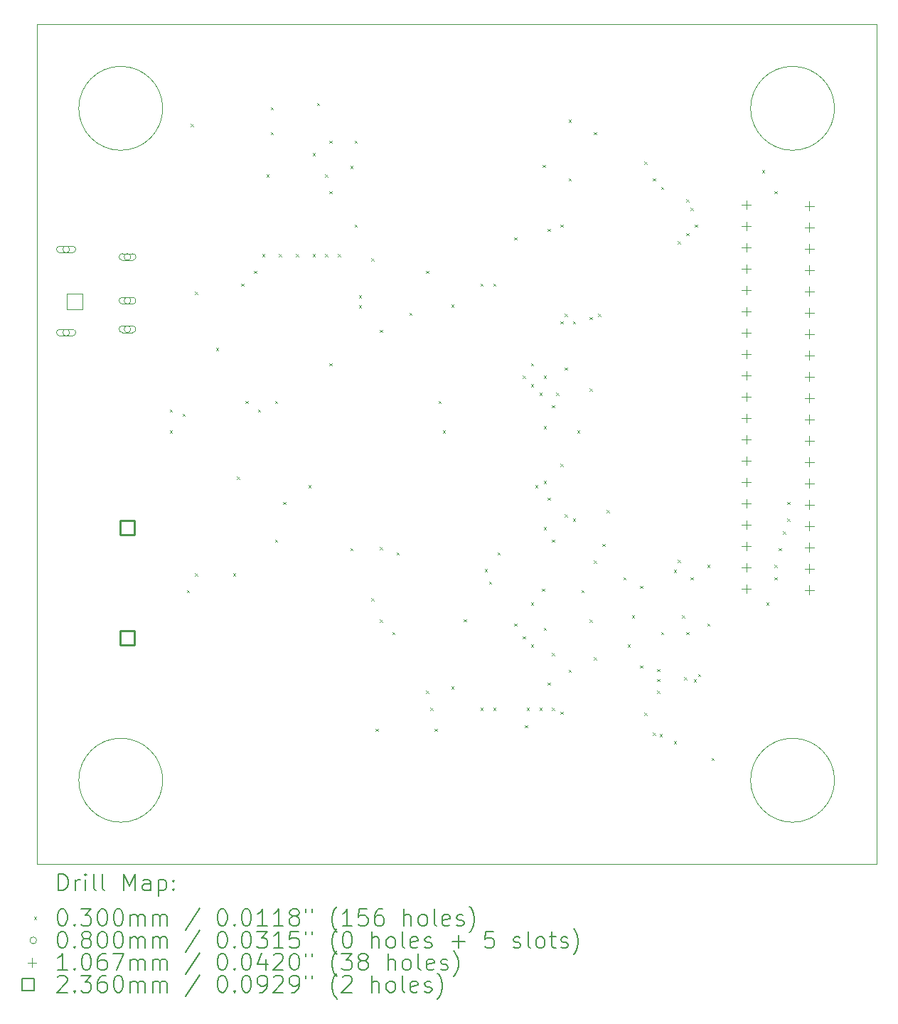
<source format=gbr>
%TF.GenerationSoftware,KiCad,Pcbnew,8.0.3*%
%TF.CreationDate,2024-09-13T09:02:19-04:00*%
%TF.ProjectId,G7 Senior Design V2,47372053-656e-4696-9f72-204465736967,rev?*%
%TF.SameCoordinates,Original*%
%TF.FileFunction,Drillmap*%
%TF.FilePolarity,Positive*%
%FSLAX45Y45*%
G04 Gerber Fmt 4.5, Leading zero omitted, Abs format (unit mm)*
G04 Created by KiCad (PCBNEW 8.0.3) date 2024-09-13 09:02:19*
%MOMM*%
%LPD*%
G01*
G04 APERTURE LIST*
%ADD10C,0.050000*%
%ADD11C,0.010000*%
%ADD12C,0.200000*%
%ADD13C,0.100000*%
%ADD14C,0.106680*%
%ADD15C,0.236000*%
G04 APERTURE END LIST*
D10*
X19500000Y-14000000D02*
G75*
G02*
X18500000Y-14000000I-500000J0D01*
G01*
X18500000Y-14000000D02*
G75*
G02*
X19500000Y-14000000I500000J0D01*
G01*
X11500000Y-6000000D02*
G75*
G02*
X10500000Y-6000000I-500000J0D01*
G01*
X10500000Y-6000000D02*
G75*
G02*
X11500000Y-6000000I500000J0D01*
G01*
X11500000Y-14000000D02*
G75*
G02*
X10500000Y-14000000I-500000J0D01*
G01*
X10500000Y-14000000D02*
G75*
G02*
X11500000Y-14000000I500000J0D01*
G01*
X19500000Y-6000000D02*
G75*
G02*
X18500000Y-6000000I-500000J0D01*
G01*
X18500000Y-6000000D02*
G75*
G02*
X19500000Y-6000000I500000J0D01*
G01*
X10000000Y-5000000D02*
X20000000Y-5000000D01*
X20000000Y-15000000D01*
X10000000Y-15000000D01*
X10000000Y-5000000D01*
D11*
X10360000Y-8210000D02*
X10540000Y-8210000D01*
X10360000Y-8390000D02*
X10360000Y-8210000D01*
X10540000Y-8210000D02*
X10540000Y-8390000D01*
X10540000Y-8390000D02*
X10360000Y-8390000D01*
D12*
D13*
X11585000Y-9585000D02*
X11615000Y-9615000D01*
X11615000Y-9585000D02*
X11585000Y-9615000D01*
X11585000Y-9835000D02*
X11615000Y-9865000D01*
X11615000Y-9835000D02*
X11585000Y-9865000D01*
X11735000Y-9635000D02*
X11765000Y-9665000D01*
X11765000Y-9635000D02*
X11735000Y-9665000D01*
X11785000Y-11735000D02*
X11815000Y-11765000D01*
X11815000Y-11735000D02*
X11785000Y-11765000D01*
X11835000Y-6185000D02*
X11865000Y-6215000D01*
X11865000Y-6185000D02*
X11835000Y-6215000D01*
X11885000Y-8185000D02*
X11915000Y-8215000D01*
X11915000Y-8185000D02*
X11885000Y-8215000D01*
X11885000Y-11535000D02*
X11915000Y-11565000D01*
X11915000Y-11535000D02*
X11885000Y-11565000D01*
X12135000Y-8852340D02*
X12165000Y-8882340D01*
X12165000Y-8852340D02*
X12135000Y-8882340D01*
X12335000Y-11535000D02*
X12365000Y-11565000D01*
X12365000Y-11535000D02*
X12335000Y-11565000D01*
X12385000Y-10385000D02*
X12415000Y-10415000D01*
X12415000Y-10385000D02*
X12385000Y-10415000D01*
X12435000Y-8085000D02*
X12465000Y-8115000D01*
X12465000Y-8085000D02*
X12435000Y-8115000D01*
X12485000Y-9485000D02*
X12515000Y-9515000D01*
X12515000Y-9485000D02*
X12485000Y-9515000D01*
X12585000Y-7935000D02*
X12615000Y-7965000D01*
X12615000Y-7935000D02*
X12585000Y-7965000D01*
X12635000Y-9585000D02*
X12665000Y-9615000D01*
X12665000Y-9585000D02*
X12635000Y-9615000D01*
X12685000Y-7735000D02*
X12715000Y-7765000D01*
X12715000Y-7735000D02*
X12685000Y-7765000D01*
X12735000Y-6785000D02*
X12765000Y-6815000D01*
X12765000Y-6785000D02*
X12735000Y-6815000D01*
X12785000Y-5985000D02*
X12815000Y-6015000D01*
X12815000Y-5985000D02*
X12785000Y-6015000D01*
X12785000Y-6285000D02*
X12815000Y-6315000D01*
X12815000Y-6285000D02*
X12785000Y-6315000D01*
X12835000Y-9485000D02*
X12865000Y-9515000D01*
X12865000Y-9485000D02*
X12835000Y-9515000D01*
X12835000Y-11135000D02*
X12865000Y-11165000D01*
X12865000Y-11135000D02*
X12835000Y-11165000D01*
X12885000Y-7735000D02*
X12915000Y-7765000D01*
X12915000Y-7735000D02*
X12885000Y-7765000D01*
X12935000Y-10685000D02*
X12965000Y-10715000D01*
X12965000Y-10685000D02*
X12935000Y-10715000D01*
X13085000Y-7735000D02*
X13115000Y-7765000D01*
X13115000Y-7735000D02*
X13085000Y-7765000D01*
X13235000Y-10485000D02*
X13265000Y-10515000D01*
X13265000Y-10485000D02*
X13235000Y-10515000D01*
X13285000Y-6535000D02*
X13315000Y-6565000D01*
X13315000Y-6535000D02*
X13285000Y-6565000D01*
X13285000Y-7735000D02*
X13315000Y-7765000D01*
X13315000Y-7735000D02*
X13285000Y-7765000D01*
X13335000Y-5935000D02*
X13365000Y-5965000D01*
X13365000Y-5935000D02*
X13335000Y-5965000D01*
X13435000Y-6785000D02*
X13465000Y-6815000D01*
X13465000Y-6785000D02*
X13435000Y-6815000D01*
X13435000Y-7735000D02*
X13465000Y-7765000D01*
X13465000Y-7735000D02*
X13435000Y-7765000D01*
X13485000Y-6385000D02*
X13515000Y-6415000D01*
X13515000Y-6385000D02*
X13485000Y-6415000D01*
X13485000Y-6985000D02*
X13515000Y-7015000D01*
X13515000Y-6985000D02*
X13485000Y-7015000D01*
X13485000Y-9035000D02*
X13515000Y-9065000D01*
X13515000Y-9035000D02*
X13485000Y-9065000D01*
X13585000Y-7735000D02*
X13615000Y-7765000D01*
X13615000Y-7735000D02*
X13585000Y-7765000D01*
X13735000Y-6685000D02*
X13765000Y-6715000D01*
X13765000Y-6685000D02*
X13735000Y-6715000D01*
X13735000Y-11235000D02*
X13765000Y-11265000D01*
X13765000Y-11235000D02*
X13735000Y-11265000D01*
X13785000Y-6385000D02*
X13815000Y-6415000D01*
X13815000Y-6385000D02*
X13785000Y-6415000D01*
X13785000Y-7385000D02*
X13815000Y-7415000D01*
X13815000Y-7385000D02*
X13785000Y-7415000D01*
X13835000Y-8225000D02*
X13865000Y-8255000D01*
X13865000Y-8225000D02*
X13835000Y-8255000D01*
X13835000Y-8345000D02*
X13865000Y-8375000D01*
X13865000Y-8345000D02*
X13835000Y-8375000D01*
X13985000Y-7785000D02*
X14015000Y-7815000D01*
X14015000Y-7785000D02*
X13985000Y-7815000D01*
X13985000Y-11835000D02*
X14015000Y-11865000D01*
X14015000Y-11835000D02*
X13985000Y-11865000D01*
X14035000Y-13385000D02*
X14065000Y-13415000D01*
X14065000Y-13385000D02*
X14035000Y-13415000D01*
X14085000Y-8635000D02*
X14115000Y-8665000D01*
X14115000Y-8635000D02*
X14085000Y-8665000D01*
X14085000Y-11225000D02*
X14115000Y-11255000D01*
X14115000Y-11225000D02*
X14085000Y-11255000D01*
X14085000Y-12085000D02*
X14115000Y-12115000D01*
X14115000Y-12085000D02*
X14085000Y-12115000D01*
X14235000Y-12235000D02*
X14265000Y-12265000D01*
X14265000Y-12235000D02*
X14235000Y-12265000D01*
X14285000Y-11285000D02*
X14315000Y-11315000D01*
X14315000Y-11285000D02*
X14285000Y-11315000D01*
X14435000Y-8435000D02*
X14465000Y-8465000D01*
X14465000Y-8435000D02*
X14435000Y-8465000D01*
X14635000Y-7935000D02*
X14665000Y-7965000D01*
X14665000Y-7935000D02*
X14635000Y-7965000D01*
X14635000Y-12935000D02*
X14665000Y-12965000D01*
X14665000Y-12935000D02*
X14635000Y-12965000D01*
X14685000Y-13135000D02*
X14715000Y-13165000D01*
X14715000Y-13135000D02*
X14685000Y-13165000D01*
X14735000Y-13385000D02*
X14765000Y-13415000D01*
X14765000Y-13385000D02*
X14735000Y-13415000D01*
X14785000Y-9485000D02*
X14815000Y-9515000D01*
X14815000Y-9485000D02*
X14785000Y-9515000D01*
X14835000Y-9835000D02*
X14865000Y-9865000D01*
X14865000Y-9835000D02*
X14835000Y-9865000D01*
X14935000Y-8335000D02*
X14965000Y-8365000D01*
X14965000Y-8335000D02*
X14935000Y-8365000D01*
X14935000Y-12885000D02*
X14965000Y-12915000D01*
X14965000Y-12885000D02*
X14935000Y-12915000D01*
X15086000Y-12084000D02*
X15116000Y-12114000D01*
X15116000Y-12084000D02*
X15086000Y-12114000D01*
X15285000Y-8085000D02*
X15315000Y-8115000D01*
X15315000Y-8085000D02*
X15285000Y-8115000D01*
X15285000Y-13135000D02*
X15315000Y-13165000D01*
X15315000Y-13135000D02*
X15285000Y-13165000D01*
X15335000Y-11485000D02*
X15365000Y-11515000D01*
X15365000Y-11485000D02*
X15335000Y-11515000D01*
X15385000Y-11635000D02*
X15415000Y-11665000D01*
X15415000Y-11635000D02*
X15385000Y-11665000D01*
X15435000Y-8085000D02*
X15465000Y-8115000D01*
X15465000Y-8085000D02*
X15435000Y-8115000D01*
X15435000Y-13135000D02*
X15465000Y-13165000D01*
X15465000Y-13135000D02*
X15435000Y-13165000D01*
X15485000Y-11285000D02*
X15515000Y-11315000D01*
X15515000Y-11285000D02*
X15485000Y-11315000D01*
X15685000Y-7535000D02*
X15715000Y-7565000D01*
X15715000Y-7535000D02*
X15685000Y-7565000D01*
X15685000Y-12135000D02*
X15715000Y-12165000D01*
X15715000Y-12135000D02*
X15685000Y-12165000D01*
X15785000Y-9185000D02*
X15815000Y-9215000D01*
X15815000Y-9185000D02*
X15785000Y-9215000D01*
X15785000Y-12285000D02*
X15815000Y-12315000D01*
X15815000Y-12285000D02*
X15785000Y-12315000D01*
X15812067Y-13345000D02*
X15842067Y-13375000D01*
X15842067Y-13345000D02*
X15812067Y-13375000D01*
X15835000Y-13135000D02*
X15865000Y-13165000D01*
X15865000Y-13135000D02*
X15835000Y-13165000D01*
X15885000Y-9035000D02*
X15915000Y-9065000D01*
X15915000Y-9035000D02*
X15885000Y-9065000D01*
X15885000Y-9285000D02*
X15915000Y-9315000D01*
X15915000Y-9285000D02*
X15885000Y-9315000D01*
X15885000Y-11885000D02*
X15915000Y-11915000D01*
X15915000Y-11885000D02*
X15885000Y-11915000D01*
X15885000Y-12385000D02*
X15915000Y-12415000D01*
X15915000Y-12385000D02*
X15885000Y-12415000D01*
X15935000Y-10485000D02*
X15965000Y-10515000D01*
X15965000Y-10485000D02*
X15935000Y-10515000D01*
X15985000Y-9385000D02*
X16015000Y-9415000D01*
X16015000Y-9385000D02*
X15985000Y-9415000D01*
X15985000Y-13135000D02*
X16015000Y-13165000D01*
X16015000Y-13135000D02*
X15985000Y-13165000D01*
X16017573Y-11717573D02*
X16047573Y-11747573D01*
X16047573Y-11717573D02*
X16017573Y-11747573D01*
X16024000Y-6674000D02*
X16054000Y-6704000D01*
X16054000Y-6674000D02*
X16024000Y-6704000D01*
X16035000Y-9185000D02*
X16065000Y-9215000D01*
X16065000Y-9185000D02*
X16035000Y-9215000D01*
X16035000Y-9785000D02*
X16065000Y-9815000D01*
X16065000Y-9785000D02*
X16035000Y-9815000D01*
X16035000Y-10435000D02*
X16065000Y-10465000D01*
X16065000Y-10435000D02*
X16035000Y-10465000D01*
X16035000Y-10985000D02*
X16065000Y-11015000D01*
X16065000Y-10985000D02*
X16035000Y-11015000D01*
X16035000Y-12185000D02*
X16065000Y-12215000D01*
X16065000Y-12185000D02*
X16035000Y-12215000D01*
X16085000Y-7435000D02*
X16115000Y-7465000D01*
X16115000Y-7435000D02*
X16085000Y-7465000D01*
X16085000Y-10635000D02*
X16115000Y-10665000D01*
X16115000Y-10635000D02*
X16085000Y-10665000D01*
X16085000Y-12835000D02*
X16115000Y-12865000D01*
X16115000Y-12835000D02*
X16085000Y-12865000D01*
X16135000Y-9535000D02*
X16165000Y-9565000D01*
X16165000Y-9535000D02*
X16135000Y-9565000D01*
X16135000Y-11135000D02*
X16165000Y-11165000D01*
X16165000Y-11135000D02*
X16135000Y-11165000D01*
X16135000Y-12485000D02*
X16165000Y-12515000D01*
X16165000Y-12485000D02*
X16135000Y-12515000D01*
X16135000Y-13135000D02*
X16165000Y-13165000D01*
X16165000Y-13135000D02*
X16135000Y-13165000D01*
X16185000Y-9385000D02*
X16215000Y-9415000D01*
X16215000Y-9385000D02*
X16185000Y-9415000D01*
X16235000Y-7385000D02*
X16265000Y-7415000D01*
X16265000Y-7385000D02*
X16235000Y-7415000D01*
X16235000Y-8535000D02*
X16265000Y-8565000D01*
X16265000Y-8535000D02*
X16235000Y-8565000D01*
X16235000Y-10235000D02*
X16265000Y-10265000D01*
X16265000Y-10235000D02*
X16235000Y-10265000D01*
X16235000Y-13185000D02*
X16265000Y-13215000D01*
X16265000Y-13185000D02*
X16235000Y-13215000D01*
X16285000Y-8445000D02*
X16315000Y-8475000D01*
X16315000Y-8445000D02*
X16285000Y-8475000D01*
X16285000Y-9085000D02*
X16315000Y-9115000D01*
X16315000Y-9085000D02*
X16285000Y-9115000D01*
X16285000Y-10835000D02*
X16315000Y-10865000D01*
X16315000Y-10835000D02*
X16285000Y-10865000D01*
X16335000Y-6135000D02*
X16365000Y-6165000D01*
X16365000Y-6135000D02*
X16335000Y-6165000D01*
X16335000Y-6835000D02*
X16365000Y-6865000D01*
X16365000Y-6835000D02*
X16335000Y-6865000D01*
X16335000Y-12685000D02*
X16365000Y-12715000D01*
X16365000Y-12685000D02*
X16335000Y-12715000D01*
X16385000Y-8535000D02*
X16415000Y-8565000D01*
X16415000Y-8535000D02*
X16385000Y-8565000D01*
X16385000Y-10885000D02*
X16415000Y-10915000D01*
X16415000Y-10885000D02*
X16385000Y-10915000D01*
X16435000Y-9835000D02*
X16465000Y-9865000D01*
X16465000Y-9835000D02*
X16435000Y-9865000D01*
X16485000Y-11735000D02*
X16515000Y-11765000D01*
X16515000Y-11735000D02*
X16485000Y-11765000D01*
X16585000Y-8485000D02*
X16615000Y-8515000D01*
X16615000Y-8485000D02*
X16585000Y-8515000D01*
X16585000Y-9335000D02*
X16615000Y-9365000D01*
X16615000Y-9335000D02*
X16585000Y-9365000D01*
X16585000Y-12085000D02*
X16615000Y-12115000D01*
X16615000Y-12085000D02*
X16585000Y-12115000D01*
X16635000Y-6285000D02*
X16665000Y-6315000D01*
X16665000Y-6285000D02*
X16635000Y-6315000D01*
X16635000Y-11385000D02*
X16665000Y-11415000D01*
X16665000Y-11385000D02*
X16635000Y-11415000D01*
X16635000Y-12535000D02*
X16665000Y-12565000D01*
X16665000Y-12535000D02*
X16635000Y-12565000D01*
X16685000Y-8445000D02*
X16715000Y-8475000D01*
X16715000Y-8445000D02*
X16685000Y-8475000D01*
X16735000Y-11185000D02*
X16765000Y-11215000D01*
X16765000Y-11185000D02*
X16735000Y-11215000D01*
X16785000Y-10785000D02*
X16815000Y-10815000D01*
X16815000Y-10785000D02*
X16785000Y-10815000D01*
X16985000Y-11585000D02*
X17015000Y-11615000D01*
X17015000Y-11585000D02*
X16985000Y-11615000D01*
X17035000Y-12385000D02*
X17065000Y-12415000D01*
X17065000Y-12385000D02*
X17035000Y-12415000D01*
X17085000Y-12035000D02*
X17115000Y-12065000D01*
X17115000Y-12035000D02*
X17085000Y-12065000D01*
X17185000Y-11685000D02*
X17215000Y-11715000D01*
X17215000Y-11685000D02*
X17185000Y-11715000D01*
X17185000Y-12635000D02*
X17215000Y-12665000D01*
X17215000Y-12635000D02*
X17185000Y-12665000D01*
X17235000Y-6635000D02*
X17265000Y-6665000D01*
X17265000Y-6635000D02*
X17235000Y-6665000D01*
X17235000Y-13195000D02*
X17265000Y-13225000D01*
X17265000Y-13195000D02*
X17235000Y-13225000D01*
X17335000Y-6835000D02*
X17365000Y-6865000D01*
X17365000Y-6835000D02*
X17335000Y-6865000D01*
X17335000Y-13435000D02*
X17365000Y-13465000D01*
X17365000Y-13435000D02*
X17335000Y-13465000D01*
X17385000Y-12675000D02*
X17415000Y-12705000D01*
X17415000Y-12675000D02*
X17385000Y-12705000D01*
X17385000Y-12795000D02*
X17415000Y-12825000D01*
X17415000Y-12795000D02*
X17385000Y-12825000D01*
X17385000Y-12935000D02*
X17415000Y-12965000D01*
X17415000Y-12935000D02*
X17385000Y-12965000D01*
X17417574Y-13452426D02*
X17447574Y-13482426D01*
X17447574Y-13452426D02*
X17417574Y-13482426D01*
X17435000Y-6935000D02*
X17465000Y-6965000D01*
X17465000Y-6935000D02*
X17435000Y-6965000D01*
X17435000Y-12235000D02*
X17465000Y-12265000D01*
X17465000Y-12235000D02*
X17435000Y-12265000D01*
X17585000Y-11495000D02*
X17615000Y-11525000D01*
X17615000Y-11495000D02*
X17585000Y-11525000D01*
X17585000Y-13535000D02*
X17615000Y-13565000D01*
X17615000Y-13535000D02*
X17585000Y-13565000D01*
X17635000Y-7585000D02*
X17665000Y-7615000D01*
X17665000Y-7585000D02*
X17635000Y-7615000D01*
X17635000Y-11375000D02*
X17665000Y-11405000D01*
X17665000Y-11375000D02*
X17635000Y-11405000D01*
X17685000Y-12035000D02*
X17715000Y-12065000D01*
X17715000Y-12035000D02*
X17685000Y-12065000D01*
X17709255Y-12774402D02*
X17739255Y-12804402D01*
X17739255Y-12774402D02*
X17709255Y-12804402D01*
X17735000Y-7085000D02*
X17765000Y-7115000D01*
X17765000Y-7085000D02*
X17735000Y-7115000D01*
X17735000Y-7485000D02*
X17765000Y-7515000D01*
X17765000Y-7485000D02*
X17735000Y-7515000D01*
X17735000Y-12235000D02*
X17765000Y-12265000D01*
X17765000Y-12235000D02*
X17735000Y-12265000D01*
X17785000Y-7185000D02*
X17815000Y-7215000D01*
X17815000Y-7185000D02*
X17785000Y-7215000D01*
X17785000Y-11585000D02*
X17815000Y-11615000D01*
X17815000Y-11585000D02*
X17785000Y-11615000D01*
X17825000Y-12797470D02*
X17855000Y-12827470D01*
X17855000Y-12797470D02*
X17825000Y-12827470D01*
X17835000Y-7385000D02*
X17865000Y-7415000D01*
X17865000Y-7385000D02*
X17835000Y-7415000D01*
X17875000Y-12735000D02*
X17905000Y-12765000D01*
X17905000Y-12735000D02*
X17875000Y-12765000D01*
X17985000Y-11435000D02*
X18015000Y-11465000D01*
X18015000Y-11435000D02*
X17985000Y-11465000D01*
X17985000Y-12135000D02*
X18015000Y-12165000D01*
X18015000Y-12135000D02*
X17985000Y-12165000D01*
X18035000Y-13735000D02*
X18065000Y-13765000D01*
X18065000Y-13735000D02*
X18035000Y-13765000D01*
X18635000Y-6735000D02*
X18665000Y-6765000D01*
X18665000Y-6735000D02*
X18635000Y-6765000D01*
X18685000Y-11885000D02*
X18715000Y-11915000D01*
X18715000Y-11885000D02*
X18685000Y-11915000D01*
X18785000Y-6985000D02*
X18815000Y-7015000D01*
X18815000Y-6985000D02*
X18785000Y-7015000D01*
X18785000Y-11435000D02*
X18815000Y-11465000D01*
X18815000Y-11435000D02*
X18785000Y-11465000D01*
X18785000Y-11585000D02*
X18815000Y-11615000D01*
X18815000Y-11585000D02*
X18785000Y-11615000D01*
X18835000Y-11235000D02*
X18865000Y-11265000D01*
X18865000Y-11235000D02*
X18835000Y-11265000D01*
X18885000Y-11035000D02*
X18915000Y-11065000D01*
X18915000Y-11035000D02*
X18885000Y-11065000D01*
X18935000Y-10685000D02*
X18965000Y-10715000D01*
X18965000Y-10685000D02*
X18935000Y-10715000D01*
X18935000Y-10885000D02*
X18965000Y-10915000D01*
X18965000Y-10885000D02*
X18935000Y-10915000D01*
X10390000Y-7680000D02*
G75*
G02*
X10310000Y-7680000I-40000J0D01*
G01*
X10310000Y-7680000D02*
G75*
G02*
X10390000Y-7680000I40000J0D01*
G01*
X10425000Y-7640000D02*
X10275000Y-7640000D01*
X10275000Y-7720000D02*
G75*
G02*
X10275000Y-7640000I0J40000D01*
G01*
X10275000Y-7720000D02*
X10425000Y-7720000D01*
X10425000Y-7720000D02*
G75*
G03*
X10425000Y-7640000I0J40000D01*
G01*
X10390000Y-8670000D02*
G75*
G02*
X10310000Y-8670000I-40000J0D01*
G01*
X10310000Y-8670000D02*
G75*
G02*
X10390000Y-8670000I40000J0D01*
G01*
X10425000Y-8630000D02*
X10275000Y-8630000D01*
X10275000Y-8710000D02*
G75*
G02*
X10275000Y-8630000I0J40000D01*
G01*
X10275000Y-8710000D02*
X10425000Y-8710000D01*
X10425000Y-8710000D02*
G75*
G03*
X10425000Y-8630000I0J40000D01*
G01*
X11120000Y-7770000D02*
G75*
G02*
X11040000Y-7770000I-40000J0D01*
G01*
X11040000Y-7770000D02*
G75*
G02*
X11120000Y-7770000I40000J0D01*
G01*
X11140000Y-7730000D02*
X11020000Y-7730000D01*
X11020000Y-7810000D02*
G75*
G02*
X11020000Y-7730000I0J40000D01*
G01*
X11020000Y-7810000D02*
X11140000Y-7810000D01*
X11140000Y-7810000D02*
G75*
G03*
X11140000Y-7730000I0J40000D01*
G01*
X11120000Y-8290000D02*
G75*
G02*
X11040000Y-8290000I-40000J0D01*
G01*
X11040000Y-8290000D02*
G75*
G02*
X11120000Y-8290000I40000J0D01*
G01*
X11140000Y-8250000D02*
X11020000Y-8250000D01*
X11020000Y-8330000D02*
G75*
G02*
X11020000Y-8250000I0J40000D01*
G01*
X11020000Y-8330000D02*
X11140000Y-8330000D01*
X11140000Y-8330000D02*
G75*
G03*
X11140000Y-8250000I0J40000D01*
G01*
X11120000Y-8630000D02*
G75*
G02*
X11040000Y-8630000I-40000J0D01*
G01*
X11040000Y-8630000D02*
G75*
G02*
X11120000Y-8630000I40000J0D01*
G01*
X11140000Y-8590000D02*
X11020000Y-8590000D01*
X11020000Y-8670000D02*
G75*
G02*
X11020000Y-8590000I0J40000D01*
G01*
X11020000Y-8670000D02*
X11140000Y-8670000D01*
X11140000Y-8670000D02*
G75*
G03*
X11140000Y-8590000I0J40000D01*
G01*
D14*
X18450000Y-7094660D02*
X18450000Y-7201340D01*
X18396660Y-7148000D02*
X18503340Y-7148000D01*
X18450000Y-7348660D02*
X18450000Y-7455340D01*
X18396660Y-7402000D02*
X18503340Y-7402000D01*
X18450000Y-7602660D02*
X18450000Y-7709340D01*
X18396660Y-7656000D02*
X18503340Y-7656000D01*
X18450000Y-7856660D02*
X18450000Y-7963340D01*
X18396660Y-7910000D02*
X18503340Y-7910000D01*
X18450000Y-8110660D02*
X18450000Y-8217340D01*
X18396660Y-8164000D02*
X18503340Y-8164000D01*
X18450000Y-8364660D02*
X18450000Y-8471340D01*
X18396660Y-8418000D02*
X18503340Y-8418000D01*
X18450000Y-8618660D02*
X18450000Y-8725340D01*
X18396660Y-8672000D02*
X18503340Y-8672000D01*
X18450000Y-8872660D02*
X18450000Y-8979340D01*
X18396660Y-8926000D02*
X18503340Y-8926000D01*
X18450000Y-9126660D02*
X18450000Y-9233340D01*
X18396660Y-9180000D02*
X18503340Y-9180000D01*
X18450000Y-9380660D02*
X18450000Y-9487340D01*
X18396660Y-9434000D02*
X18503340Y-9434000D01*
X18450000Y-9634660D02*
X18450000Y-9741340D01*
X18396660Y-9688000D02*
X18503340Y-9688000D01*
X18450000Y-9888660D02*
X18450000Y-9995340D01*
X18396660Y-9942000D02*
X18503340Y-9942000D01*
X18450000Y-10142660D02*
X18450000Y-10249340D01*
X18396660Y-10196000D02*
X18503340Y-10196000D01*
X18450000Y-10396660D02*
X18450000Y-10503340D01*
X18396660Y-10450000D02*
X18503340Y-10450000D01*
X18450000Y-10650660D02*
X18450000Y-10757340D01*
X18396660Y-10704000D02*
X18503340Y-10704000D01*
X18450000Y-10904660D02*
X18450000Y-11011340D01*
X18396660Y-10958000D02*
X18503340Y-10958000D01*
X18450000Y-11158660D02*
X18450000Y-11265340D01*
X18396660Y-11212000D02*
X18503340Y-11212000D01*
X18450000Y-11412660D02*
X18450000Y-11519340D01*
X18396660Y-11466000D02*
X18503340Y-11466000D01*
X18450000Y-11666660D02*
X18450000Y-11773340D01*
X18396660Y-11720000D02*
X18503340Y-11720000D01*
X19200000Y-7110660D02*
X19200000Y-7217340D01*
X19146660Y-7164000D02*
X19253340Y-7164000D01*
X19200000Y-7364660D02*
X19200000Y-7471340D01*
X19146660Y-7418000D02*
X19253340Y-7418000D01*
X19200000Y-7618660D02*
X19200000Y-7725340D01*
X19146660Y-7672000D02*
X19253340Y-7672000D01*
X19200000Y-7872660D02*
X19200000Y-7979340D01*
X19146660Y-7926000D02*
X19253340Y-7926000D01*
X19200000Y-8126660D02*
X19200000Y-8233340D01*
X19146660Y-8180000D02*
X19253340Y-8180000D01*
X19200000Y-8380660D02*
X19200000Y-8487340D01*
X19146660Y-8434000D02*
X19253340Y-8434000D01*
X19200000Y-8634660D02*
X19200000Y-8741340D01*
X19146660Y-8688000D02*
X19253340Y-8688000D01*
X19200000Y-8888660D02*
X19200000Y-8995340D01*
X19146660Y-8942000D02*
X19253340Y-8942000D01*
X19200000Y-9142660D02*
X19200000Y-9249340D01*
X19146660Y-9196000D02*
X19253340Y-9196000D01*
X19200000Y-9396660D02*
X19200000Y-9503340D01*
X19146660Y-9450000D02*
X19253340Y-9450000D01*
X19200000Y-9650660D02*
X19200000Y-9757340D01*
X19146660Y-9704000D02*
X19253340Y-9704000D01*
X19200000Y-9904660D02*
X19200000Y-10011340D01*
X19146660Y-9958000D02*
X19253340Y-9958000D01*
X19200000Y-10158660D02*
X19200000Y-10265340D01*
X19146660Y-10212000D02*
X19253340Y-10212000D01*
X19200000Y-10412660D02*
X19200000Y-10519340D01*
X19146660Y-10466000D02*
X19253340Y-10466000D01*
X19200000Y-10666660D02*
X19200000Y-10773340D01*
X19146660Y-10720000D02*
X19253340Y-10720000D01*
X19200000Y-10920660D02*
X19200000Y-11027340D01*
X19146660Y-10974000D02*
X19253340Y-10974000D01*
X19200000Y-11174660D02*
X19200000Y-11281340D01*
X19146660Y-11228000D02*
X19253340Y-11228000D01*
X19200000Y-11428660D02*
X19200000Y-11535340D01*
X19146660Y-11482000D02*
X19253340Y-11482000D01*
X19200000Y-11682660D02*
X19200000Y-11789340D01*
X19146660Y-11736000D02*
X19253340Y-11736000D01*
D15*
X11162689Y-11076439D02*
X11162689Y-10909561D01*
X10995811Y-10909561D01*
X10995811Y-11076439D01*
X11162689Y-11076439D01*
X11162689Y-12390439D02*
X11162689Y-12223561D01*
X10995811Y-12223561D01*
X10995811Y-12390439D01*
X11162689Y-12390439D01*
D12*
X10258277Y-15313984D02*
X10258277Y-15113984D01*
X10258277Y-15113984D02*
X10305896Y-15113984D01*
X10305896Y-15113984D02*
X10334467Y-15123508D01*
X10334467Y-15123508D02*
X10353515Y-15142555D01*
X10353515Y-15142555D02*
X10363039Y-15161603D01*
X10363039Y-15161603D02*
X10372563Y-15199698D01*
X10372563Y-15199698D02*
X10372563Y-15228269D01*
X10372563Y-15228269D02*
X10363039Y-15266365D01*
X10363039Y-15266365D02*
X10353515Y-15285412D01*
X10353515Y-15285412D02*
X10334467Y-15304460D01*
X10334467Y-15304460D02*
X10305896Y-15313984D01*
X10305896Y-15313984D02*
X10258277Y-15313984D01*
X10458277Y-15313984D02*
X10458277Y-15180650D01*
X10458277Y-15218746D02*
X10467801Y-15199698D01*
X10467801Y-15199698D02*
X10477324Y-15190174D01*
X10477324Y-15190174D02*
X10496372Y-15180650D01*
X10496372Y-15180650D02*
X10515420Y-15180650D01*
X10582086Y-15313984D02*
X10582086Y-15180650D01*
X10582086Y-15113984D02*
X10572563Y-15123508D01*
X10572563Y-15123508D02*
X10582086Y-15133031D01*
X10582086Y-15133031D02*
X10591610Y-15123508D01*
X10591610Y-15123508D02*
X10582086Y-15113984D01*
X10582086Y-15113984D02*
X10582086Y-15133031D01*
X10705896Y-15313984D02*
X10686848Y-15304460D01*
X10686848Y-15304460D02*
X10677324Y-15285412D01*
X10677324Y-15285412D02*
X10677324Y-15113984D01*
X10810658Y-15313984D02*
X10791610Y-15304460D01*
X10791610Y-15304460D02*
X10782086Y-15285412D01*
X10782086Y-15285412D02*
X10782086Y-15113984D01*
X11039229Y-15313984D02*
X11039229Y-15113984D01*
X11039229Y-15113984D02*
X11105896Y-15256841D01*
X11105896Y-15256841D02*
X11172563Y-15113984D01*
X11172563Y-15113984D02*
X11172563Y-15313984D01*
X11353515Y-15313984D02*
X11353515Y-15209222D01*
X11353515Y-15209222D02*
X11343991Y-15190174D01*
X11343991Y-15190174D02*
X11324943Y-15180650D01*
X11324943Y-15180650D02*
X11286848Y-15180650D01*
X11286848Y-15180650D02*
X11267801Y-15190174D01*
X11353515Y-15304460D02*
X11334467Y-15313984D01*
X11334467Y-15313984D02*
X11286848Y-15313984D01*
X11286848Y-15313984D02*
X11267801Y-15304460D01*
X11267801Y-15304460D02*
X11258277Y-15285412D01*
X11258277Y-15285412D02*
X11258277Y-15266365D01*
X11258277Y-15266365D02*
X11267801Y-15247317D01*
X11267801Y-15247317D02*
X11286848Y-15237793D01*
X11286848Y-15237793D02*
X11334467Y-15237793D01*
X11334467Y-15237793D02*
X11353515Y-15228269D01*
X11448753Y-15180650D02*
X11448753Y-15380650D01*
X11448753Y-15190174D02*
X11467801Y-15180650D01*
X11467801Y-15180650D02*
X11505896Y-15180650D01*
X11505896Y-15180650D02*
X11524943Y-15190174D01*
X11524943Y-15190174D02*
X11534467Y-15199698D01*
X11534467Y-15199698D02*
X11543991Y-15218746D01*
X11543991Y-15218746D02*
X11543991Y-15275888D01*
X11543991Y-15275888D02*
X11534467Y-15294936D01*
X11534467Y-15294936D02*
X11524943Y-15304460D01*
X11524943Y-15304460D02*
X11505896Y-15313984D01*
X11505896Y-15313984D02*
X11467801Y-15313984D01*
X11467801Y-15313984D02*
X11448753Y-15304460D01*
X11629705Y-15294936D02*
X11639229Y-15304460D01*
X11639229Y-15304460D02*
X11629705Y-15313984D01*
X11629705Y-15313984D02*
X11620182Y-15304460D01*
X11620182Y-15304460D02*
X11629705Y-15294936D01*
X11629705Y-15294936D02*
X11629705Y-15313984D01*
X11629705Y-15190174D02*
X11639229Y-15199698D01*
X11639229Y-15199698D02*
X11629705Y-15209222D01*
X11629705Y-15209222D02*
X11620182Y-15199698D01*
X11620182Y-15199698D02*
X11629705Y-15190174D01*
X11629705Y-15190174D02*
X11629705Y-15209222D01*
D13*
X9967500Y-15627500D02*
X9997500Y-15657500D01*
X9997500Y-15627500D02*
X9967500Y-15657500D01*
D12*
X10296372Y-15533984D02*
X10315420Y-15533984D01*
X10315420Y-15533984D02*
X10334467Y-15543508D01*
X10334467Y-15543508D02*
X10343991Y-15553031D01*
X10343991Y-15553031D02*
X10353515Y-15572079D01*
X10353515Y-15572079D02*
X10363039Y-15610174D01*
X10363039Y-15610174D02*
X10363039Y-15657793D01*
X10363039Y-15657793D02*
X10353515Y-15695888D01*
X10353515Y-15695888D02*
X10343991Y-15714936D01*
X10343991Y-15714936D02*
X10334467Y-15724460D01*
X10334467Y-15724460D02*
X10315420Y-15733984D01*
X10315420Y-15733984D02*
X10296372Y-15733984D01*
X10296372Y-15733984D02*
X10277324Y-15724460D01*
X10277324Y-15724460D02*
X10267801Y-15714936D01*
X10267801Y-15714936D02*
X10258277Y-15695888D01*
X10258277Y-15695888D02*
X10248753Y-15657793D01*
X10248753Y-15657793D02*
X10248753Y-15610174D01*
X10248753Y-15610174D02*
X10258277Y-15572079D01*
X10258277Y-15572079D02*
X10267801Y-15553031D01*
X10267801Y-15553031D02*
X10277324Y-15543508D01*
X10277324Y-15543508D02*
X10296372Y-15533984D01*
X10448753Y-15714936D02*
X10458277Y-15724460D01*
X10458277Y-15724460D02*
X10448753Y-15733984D01*
X10448753Y-15733984D02*
X10439229Y-15724460D01*
X10439229Y-15724460D02*
X10448753Y-15714936D01*
X10448753Y-15714936D02*
X10448753Y-15733984D01*
X10524944Y-15533984D02*
X10648753Y-15533984D01*
X10648753Y-15533984D02*
X10582086Y-15610174D01*
X10582086Y-15610174D02*
X10610658Y-15610174D01*
X10610658Y-15610174D02*
X10629705Y-15619698D01*
X10629705Y-15619698D02*
X10639229Y-15629222D01*
X10639229Y-15629222D02*
X10648753Y-15648269D01*
X10648753Y-15648269D02*
X10648753Y-15695888D01*
X10648753Y-15695888D02*
X10639229Y-15714936D01*
X10639229Y-15714936D02*
X10629705Y-15724460D01*
X10629705Y-15724460D02*
X10610658Y-15733984D01*
X10610658Y-15733984D02*
X10553515Y-15733984D01*
X10553515Y-15733984D02*
X10534467Y-15724460D01*
X10534467Y-15724460D02*
X10524944Y-15714936D01*
X10772563Y-15533984D02*
X10791610Y-15533984D01*
X10791610Y-15533984D02*
X10810658Y-15543508D01*
X10810658Y-15543508D02*
X10820182Y-15553031D01*
X10820182Y-15553031D02*
X10829705Y-15572079D01*
X10829705Y-15572079D02*
X10839229Y-15610174D01*
X10839229Y-15610174D02*
X10839229Y-15657793D01*
X10839229Y-15657793D02*
X10829705Y-15695888D01*
X10829705Y-15695888D02*
X10820182Y-15714936D01*
X10820182Y-15714936D02*
X10810658Y-15724460D01*
X10810658Y-15724460D02*
X10791610Y-15733984D01*
X10791610Y-15733984D02*
X10772563Y-15733984D01*
X10772563Y-15733984D02*
X10753515Y-15724460D01*
X10753515Y-15724460D02*
X10743991Y-15714936D01*
X10743991Y-15714936D02*
X10734467Y-15695888D01*
X10734467Y-15695888D02*
X10724944Y-15657793D01*
X10724944Y-15657793D02*
X10724944Y-15610174D01*
X10724944Y-15610174D02*
X10734467Y-15572079D01*
X10734467Y-15572079D02*
X10743991Y-15553031D01*
X10743991Y-15553031D02*
X10753515Y-15543508D01*
X10753515Y-15543508D02*
X10772563Y-15533984D01*
X10963039Y-15533984D02*
X10982086Y-15533984D01*
X10982086Y-15533984D02*
X11001134Y-15543508D01*
X11001134Y-15543508D02*
X11010658Y-15553031D01*
X11010658Y-15553031D02*
X11020182Y-15572079D01*
X11020182Y-15572079D02*
X11029705Y-15610174D01*
X11029705Y-15610174D02*
X11029705Y-15657793D01*
X11029705Y-15657793D02*
X11020182Y-15695888D01*
X11020182Y-15695888D02*
X11010658Y-15714936D01*
X11010658Y-15714936D02*
X11001134Y-15724460D01*
X11001134Y-15724460D02*
X10982086Y-15733984D01*
X10982086Y-15733984D02*
X10963039Y-15733984D01*
X10963039Y-15733984D02*
X10943991Y-15724460D01*
X10943991Y-15724460D02*
X10934467Y-15714936D01*
X10934467Y-15714936D02*
X10924944Y-15695888D01*
X10924944Y-15695888D02*
X10915420Y-15657793D01*
X10915420Y-15657793D02*
X10915420Y-15610174D01*
X10915420Y-15610174D02*
X10924944Y-15572079D01*
X10924944Y-15572079D02*
X10934467Y-15553031D01*
X10934467Y-15553031D02*
X10943991Y-15543508D01*
X10943991Y-15543508D02*
X10963039Y-15533984D01*
X11115420Y-15733984D02*
X11115420Y-15600650D01*
X11115420Y-15619698D02*
X11124944Y-15610174D01*
X11124944Y-15610174D02*
X11143991Y-15600650D01*
X11143991Y-15600650D02*
X11172563Y-15600650D01*
X11172563Y-15600650D02*
X11191610Y-15610174D01*
X11191610Y-15610174D02*
X11201134Y-15629222D01*
X11201134Y-15629222D02*
X11201134Y-15733984D01*
X11201134Y-15629222D02*
X11210658Y-15610174D01*
X11210658Y-15610174D02*
X11229705Y-15600650D01*
X11229705Y-15600650D02*
X11258277Y-15600650D01*
X11258277Y-15600650D02*
X11277324Y-15610174D01*
X11277324Y-15610174D02*
X11286848Y-15629222D01*
X11286848Y-15629222D02*
X11286848Y-15733984D01*
X11382086Y-15733984D02*
X11382086Y-15600650D01*
X11382086Y-15619698D02*
X11391610Y-15610174D01*
X11391610Y-15610174D02*
X11410658Y-15600650D01*
X11410658Y-15600650D02*
X11439229Y-15600650D01*
X11439229Y-15600650D02*
X11458277Y-15610174D01*
X11458277Y-15610174D02*
X11467801Y-15629222D01*
X11467801Y-15629222D02*
X11467801Y-15733984D01*
X11467801Y-15629222D02*
X11477324Y-15610174D01*
X11477324Y-15610174D02*
X11496372Y-15600650D01*
X11496372Y-15600650D02*
X11524943Y-15600650D01*
X11524943Y-15600650D02*
X11543991Y-15610174D01*
X11543991Y-15610174D02*
X11553515Y-15629222D01*
X11553515Y-15629222D02*
X11553515Y-15733984D01*
X11943991Y-15524460D02*
X11772563Y-15781603D01*
X12201134Y-15533984D02*
X12220182Y-15533984D01*
X12220182Y-15533984D02*
X12239229Y-15543508D01*
X12239229Y-15543508D02*
X12248753Y-15553031D01*
X12248753Y-15553031D02*
X12258277Y-15572079D01*
X12258277Y-15572079D02*
X12267801Y-15610174D01*
X12267801Y-15610174D02*
X12267801Y-15657793D01*
X12267801Y-15657793D02*
X12258277Y-15695888D01*
X12258277Y-15695888D02*
X12248753Y-15714936D01*
X12248753Y-15714936D02*
X12239229Y-15724460D01*
X12239229Y-15724460D02*
X12220182Y-15733984D01*
X12220182Y-15733984D02*
X12201134Y-15733984D01*
X12201134Y-15733984D02*
X12182086Y-15724460D01*
X12182086Y-15724460D02*
X12172563Y-15714936D01*
X12172563Y-15714936D02*
X12163039Y-15695888D01*
X12163039Y-15695888D02*
X12153515Y-15657793D01*
X12153515Y-15657793D02*
X12153515Y-15610174D01*
X12153515Y-15610174D02*
X12163039Y-15572079D01*
X12163039Y-15572079D02*
X12172563Y-15553031D01*
X12172563Y-15553031D02*
X12182086Y-15543508D01*
X12182086Y-15543508D02*
X12201134Y-15533984D01*
X12353515Y-15714936D02*
X12363039Y-15724460D01*
X12363039Y-15724460D02*
X12353515Y-15733984D01*
X12353515Y-15733984D02*
X12343991Y-15724460D01*
X12343991Y-15724460D02*
X12353515Y-15714936D01*
X12353515Y-15714936D02*
X12353515Y-15733984D01*
X12486848Y-15533984D02*
X12505896Y-15533984D01*
X12505896Y-15533984D02*
X12524944Y-15543508D01*
X12524944Y-15543508D02*
X12534467Y-15553031D01*
X12534467Y-15553031D02*
X12543991Y-15572079D01*
X12543991Y-15572079D02*
X12553515Y-15610174D01*
X12553515Y-15610174D02*
X12553515Y-15657793D01*
X12553515Y-15657793D02*
X12543991Y-15695888D01*
X12543991Y-15695888D02*
X12534467Y-15714936D01*
X12534467Y-15714936D02*
X12524944Y-15724460D01*
X12524944Y-15724460D02*
X12505896Y-15733984D01*
X12505896Y-15733984D02*
X12486848Y-15733984D01*
X12486848Y-15733984D02*
X12467801Y-15724460D01*
X12467801Y-15724460D02*
X12458277Y-15714936D01*
X12458277Y-15714936D02*
X12448753Y-15695888D01*
X12448753Y-15695888D02*
X12439229Y-15657793D01*
X12439229Y-15657793D02*
X12439229Y-15610174D01*
X12439229Y-15610174D02*
X12448753Y-15572079D01*
X12448753Y-15572079D02*
X12458277Y-15553031D01*
X12458277Y-15553031D02*
X12467801Y-15543508D01*
X12467801Y-15543508D02*
X12486848Y-15533984D01*
X12743991Y-15733984D02*
X12629706Y-15733984D01*
X12686848Y-15733984D02*
X12686848Y-15533984D01*
X12686848Y-15533984D02*
X12667801Y-15562555D01*
X12667801Y-15562555D02*
X12648753Y-15581603D01*
X12648753Y-15581603D02*
X12629706Y-15591127D01*
X12934467Y-15733984D02*
X12820182Y-15733984D01*
X12877325Y-15733984D02*
X12877325Y-15533984D01*
X12877325Y-15533984D02*
X12858277Y-15562555D01*
X12858277Y-15562555D02*
X12839229Y-15581603D01*
X12839229Y-15581603D02*
X12820182Y-15591127D01*
X13048753Y-15619698D02*
X13029706Y-15610174D01*
X13029706Y-15610174D02*
X13020182Y-15600650D01*
X13020182Y-15600650D02*
X13010658Y-15581603D01*
X13010658Y-15581603D02*
X13010658Y-15572079D01*
X13010658Y-15572079D02*
X13020182Y-15553031D01*
X13020182Y-15553031D02*
X13029706Y-15543508D01*
X13029706Y-15543508D02*
X13048753Y-15533984D01*
X13048753Y-15533984D02*
X13086848Y-15533984D01*
X13086848Y-15533984D02*
X13105896Y-15543508D01*
X13105896Y-15543508D02*
X13115420Y-15553031D01*
X13115420Y-15553031D02*
X13124944Y-15572079D01*
X13124944Y-15572079D02*
X13124944Y-15581603D01*
X13124944Y-15581603D02*
X13115420Y-15600650D01*
X13115420Y-15600650D02*
X13105896Y-15610174D01*
X13105896Y-15610174D02*
X13086848Y-15619698D01*
X13086848Y-15619698D02*
X13048753Y-15619698D01*
X13048753Y-15619698D02*
X13029706Y-15629222D01*
X13029706Y-15629222D02*
X13020182Y-15638746D01*
X13020182Y-15638746D02*
X13010658Y-15657793D01*
X13010658Y-15657793D02*
X13010658Y-15695888D01*
X13010658Y-15695888D02*
X13020182Y-15714936D01*
X13020182Y-15714936D02*
X13029706Y-15724460D01*
X13029706Y-15724460D02*
X13048753Y-15733984D01*
X13048753Y-15733984D02*
X13086848Y-15733984D01*
X13086848Y-15733984D02*
X13105896Y-15724460D01*
X13105896Y-15724460D02*
X13115420Y-15714936D01*
X13115420Y-15714936D02*
X13124944Y-15695888D01*
X13124944Y-15695888D02*
X13124944Y-15657793D01*
X13124944Y-15657793D02*
X13115420Y-15638746D01*
X13115420Y-15638746D02*
X13105896Y-15629222D01*
X13105896Y-15629222D02*
X13086848Y-15619698D01*
X13201134Y-15533984D02*
X13201134Y-15572079D01*
X13277325Y-15533984D02*
X13277325Y-15572079D01*
X13572563Y-15810174D02*
X13563039Y-15800650D01*
X13563039Y-15800650D02*
X13543991Y-15772079D01*
X13543991Y-15772079D02*
X13534468Y-15753031D01*
X13534468Y-15753031D02*
X13524944Y-15724460D01*
X13524944Y-15724460D02*
X13515420Y-15676841D01*
X13515420Y-15676841D02*
X13515420Y-15638746D01*
X13515420Y-15638746D02*
X13524944Y-15591127D01*
X13524944Y-15591127D02*
X13534468Y-15562555D01*
X13534468Y-15562555D02*
X13543991Y-15543508D01*
X13543991Y-15543508D02*
X13563039Y-15514936D01*
X13563039Y-15514936D02*
X13572563Y-15505412D01*
X13753515Y-15733984D02*
X13639229Y-15733984D01*
X13696372Y-15733984D02*
X13696372Y-15533984D01*
X13696372Y-15533984D02*
X13677325Y-15562555D01*
X13677325Y-15562555D02*
X13658277Y-15581603D01*
X13658277Y-15581603D02*
X13639229Y-15591127D01*
X13934468Y-15533984D02*
X13839229Y-15533984D01*
X13839229Y-15533984D02*
X13829706Y-15629222D01*
X13829706Y-15629222D02*
X13839229Y-15619698D01*
X13839229Y-15619698D02*
X13858277Y-15610174D01*
X13858277Y-15610174D02*
X13905896Y-15610174D01*
X13905896Y-15610174D02*
X13924944Y-15619698D01*
X13924944Y-15619698D02*
X13934468Y-15629222D01*
X13934468Y-15629222D02*
X13943991Y-15648269D01*
X13943991Y-15648269D02*
X13943991Y-15695888D01*
X13943991Y-15695888D02*
X13934468Y-15714936D01*
X13934468Y-15714936D02*
X13924944Y-15724460D01*
X13924944Y-15724460D02*
X13905896Y-15733984D01*
X13905896Y-15733984D02*
X13858277Y-15733984D01*
X13858277Y-15733984D02*
X13839229Y-15724460D01*
X13839229Y-15724460D02*
X13829706Y-15714936D01*
X14115420Y-15533984D02*
X14077325Y-15533984D01*
X14077325Y-15533984D02*
X14058277Y-15543508D01*
X14058277Y-15543508D02*
X14048753Y-15553031D01*
X14048753Y-15553031D02*
X14029706Y-15581603D01*
X14029706Y-15581603D02*
X14020182Y-15619698D01*
X14020182Y-15619698D02*
X14020182Y-15695888D01*
X14020182Y-15695888D02*
X14029706Y-15714936D01*
X14029706Y-15714936D02*
X14039229Y-15724460D01*
X14039229Y-15724460D02*
X14058277Y-15733984D01*
X14058277Y-15733984D02*
X14096372Y-15733984D01*
X14096372Y-15733984D02*
X14115420Y-15724460D01*
X14115420Y-15724460D02*
X14124944Y-15714936D01*
X14124944Y-15714936D02*
X14134468Y-15695888D01*
X14134468Y-15695888D02*
X14134468Y-15648269D01*
X14134468Y-15648269D02*
X14124944Y-15629222D01*
X14124944Y-15629222D02*
X14115420Y-15619698D01*
X14115420Y-15619698D02*
X14096372Y-15610174D01*
X14096372Y-15610174D02*
X14058277Y-15610174D01*
X14058277Y-15610174D02*
X14039229Y-15619698D01*
X14039229Y-15619698D02*
X14029706Y-15629222D01*
X14029706Y-15629222D02*
X14020182Y-15648269D01*
X14372563Y-15733984D02*
X14372563Y-15533984D01*
X14458277Y-15733984D02*
X14458277Y-15629222D01*
X14458277Y-15629222D02*
X14448753Y-15610174D01*
X14448753Y-15610174D02*
X14429706Y-15600650D01*
X14429706Y-15600650D02*
X14401134Y-15600650D01*
X14401134Y-15600650D02*
X14382087Y-15610174D01*
X14382087Y-15610174D02*
X14372563Y-15619698D01*
X14582087Y-15733984D02*
X14563039Y-15724460D01*
X14563039Y-15724460D02*
X14553515Y-15714936D01*
X14553515Y-15714936D02*
X14543991Y-15695888D01*
X14543991Y-15695888D02*
X14543991Y-15638746D01*
X14543991Y-15638746D02*
X14553515Y-15619698D01*
X14553515Y-15619698D02*
X14563039Y-15610174D01*
X14563039Y-15610174D02*
X14582087Y-15600650D01*
X14582087Y-15600650D02*
X14610658Y-15600650D01*
X14610658Y-15600650D02*
X14629706Y-15610174D01*
X14629706Y-15610174D02*
X14639230Y-15619698D01*
X14639230Y-15619698D02*
X14648753Y-15638746D01*
X14648753Y-15638746D02*
X14648753Y-15695888D01*
X14648753Y-15695888D02*
X14639230Y-15714936D01*
X14639230Y-15714936D02*
X14629706Y-15724460D01*
X14629706Y-15724460D02*
X14610658Y-15733984D01*
X14610658Y-15733984D02*
X14582087Y-15733984D01*
X14763039Y-15733984D02*
X14743991Y-15724460D01*
X14743991Y-15724460D02*
X14734468Y-15705412D01*
X14734468Y-15705412D02*
X14734468Y-15533984D01*
X14915420Y-15724460D02*
X14896372Y-15733984D01*
X14896372Y-15733984D02*
X14858277Y-15733984D01*
X14858277Y-15733984D02*
X14839230Y-15724460D01*
X14839230Y-15724460D02*
X14829706Y-15705412D01*
X14829706Y-15705412D02*
X14829706Y-15629222D01*
X14829706Y-15629222D02*
X14839230Y-15610174D01*
X14839230Y-15610174D02*
X14858277Y-15600650D01*
X14858277Y-15600650D02*
X14896372Y-15600650D01*
X14896372Y-15600650D02*
X14915420Y-15610174D01*
X14915420Y-15610174D02*
X14924944Y-15629222D01*
X14924944Y-15629222D02*
X14924944Y-15648269D01*
X14924944Y-15648269D02*
X14829706Y-15667317D01*
X15001134Y-15724460D02*
X15020182Y-15733984D01*
X15020182Y-15733984D02*
X15058277Y-15733984D01*
X15058277Y-15733984D02*
X15077325Y-15724460D01*
X15077325Y-15724460D02*
X15086849Y-15705412D01*
X15086849Y-15705412D02*
X15086849Y-15695888D01*
X15086849Y-15695888D02*
X15077325Y-15676841D01*
X15077325Y-15676841D02*
X15058277Y-15667317D01*
X15058277Y-15667317D02*
X15029706Y-15667317D01*
X15029706Y-15667317D02*
X15010658Y-15657793D01*
X15010658Y-15657793D02*
X15001134Y-15638746D01*
X15001134Y-15638746D02*
X15001134Y-15629222D01*
X15001134Y-15629222D02*
X15010658Y-15610174D01*
X15010658Y-15610174D02*
X15029706Y-15600650D01*
X15029706Y-15600650D02*
X15058277Y-15600650D01*
X15058277Y-15600650D02*
X15077325Y-15610174D01*
X15153515Y-15810174D02*
X15163039Y-15800650D01*
X15163039Y-15800650D02*
X15182087Y-15772079D01*
X15182087Y-15772079D02*
X15191611Y-15753031D01*
X15191611Y-15753031D02*
X15201134Y-15724460D01*
X15201134Y-15724460D02*
X15210658Y-15676841D01*
X15210658Y-15676841D02*
X15210658Y-15638746D01*
X15210658Y-15638746D02*
X15201134Y-15591127D01*
X15201134Y-15591127D02*
X15191611Y-15562555D01*
X15191611Y-15562555D02*
X15182087Y-15543508D01*
X15182087Y-15543508D02*
X15163039Y-15514936D01*
X15163039Y-15514936D02*
X15153515Y-15505412D01*
D13*
X9997500Y-15906500D02*
G75*
G02*
X9917500Y-15906500I-40000J0D01*
G01*
X9917500Y-15906500D02*
G75*
G02*
X9997500Y-15906500I40000J0D01*
G01*
D12*
X10296372Y-15797984D02*
X10315420Y-15797984D01*
X10315420Y-15797984D02*
X10334467Y-15807508D01*
X10334467Y-15807508D02*
X10343991Y-15817031D01*
X10343991Y-15817031D02*
X10353515Y-15836079D01*
X10353515Y-15836079D02*
X10363039Y-15874174D01*
X10363039Y-15874174D02*
X10363039Y-15921793D01*
X10363039Y-15921793D02*
X10353515Y-15959888D01*
X10353515Y-15959888D02*
X10343991Y-15978936D01*
X10343991Y-15978936D02*
X10334467Y-15988460D01*
X10334467Y-15988460D02*
X10315420Y-15997984D01*
X10315420Y-15997984D02*
X10296372Y-15997984D01*
X10296372Y-15997984D02*
X10277324Y-15988460D01*
X10277324Y-15988460D02*
X10267801Y-15978936D01*
X10267801Y-15978936D02*
X10258277Y-15959888D01*
X10258277Y-15959888D02*
X10248753Y-15921793D01*
X10248753Y-15921793D02*
X10248753Y-15874174D01*
X10248753Y-15874174D02*
X10258277Y-15836079D01*
X10258277Y-15836079D02*
X10267801Y-15817031D01*
X10267801Y-15817031D02*
X10277324Y-15807508D01*
X10277324Y-15807508D02*
X10296372Y-15797984D01*
X10448753Y-15978936D02*
X10458277Y-15988460D01*
X10458277Y-15988460D02*
X10448753Y-15997984D01*
X10448753Y-15997984D02*
X10439229Y-15988460D01*
X10439229Y-15988460D02*
X10448753Y-15978936D01*
X10448753Y-15978936D02*
X10448753Y-15997984D01*
X10572563Y-15883698D02*
X10553515Y-15874174D01*
X10553515Y-15874174D02*
X10543991Y-15864650D01*
X10543991Y-15864650D02*
X10534467Y-15845603D01*
X10534467Y-15845603D02*
X10534467Y-15836079D01*
X10534467Y-15836079D02*
X10543991Y-15817031D01*
X10543991Y-15817031D02*
X10553515Y-15807508D01*
X10553515Y-15807508D02*
X10572563Y-15797984D01*
X10572563Y-15797984D02*
X10610658Y-15797984D01*
X10610658Y-15797984D02*
X10629705Y-15807508D01*
X10629705Y-15807508D02*
X10639229Y-15817031D01*
X10639229Y-15817031D02*
X10648753Y-15836079D01*
X10648753Y-15836079D02*
X10648753Y-15845603D01*
X10648753Y-15845603D02*
X10639229Y-15864650D01*
X10639229Y-15864650D02*
X10629705Y-15874174D01*
X10629705Y-15874174D02*
X10610658Y-15883698D01*
X10610658Y-15883698D02*
X10572563Y-15883698D01*
X10572563Y-15883698D02*
X10553515Y-15893222D01*
X10553515Y-15893222D02*
X10543991Y-15902746D01*
X10543991Y-15902746D02*
X10534467Y-15921793D01*
X10534467Y-15921793D02*
X10534467Y-15959888D01*
X10534467Y-15959888D02*
X10543991Y-15978936D01*
X10543991Y-15978936D02*
X10553515Y-15988460D01*
X10553515Y-15988460D02*
X10572563Y-15997984D01*
X10572563Y-15997984D02*
X10610658Y-15997984D01*
X10610658Y-15997984D02*
X10629705Y-15988460D01*
X10629705Y-15988460D02*
X10639229Y-15978936D01*
X10639229Y-15978936D02*
X10648753Y-15959888D01*
X10648753Y-15959888D02*
X10648753Y-15921793D01*
X10648753Y-15921793D02*
X10639229Y-15902746D01*
X10639229Y-15902746D02*
X10629705Y-15893222D01*
X10629705Y-15893222D02*
X10610658Y-15883698D01*
X10772563Y-15797984D02*
X10791610Y-15797984D01*
X10791610Y-15797984D02*
X10810658Y-15807508D01*
X10810658Y-15807508D02*
X10820182Y-15817031D01*
X10820182Y-15817031D02*
X10829705Y-15836079D01*
X10829705Y-15836079D02*
X10839229Y-15874174D01*
X10839229Y-15874174D02*
X10839229Y-15921793D01*
X10839229Y-15921793D02*
X10829705Y-15959888D01*
X10829705Y-15959888D02*
X10820182Y-15978936D01*
X10820182Y-15978936D02*
X10810658Y-15988460D01*
X10810658Y-15988460D02*
X10791610Y-15997984D01*
X10791610Y-15997984D02*
X10772563Y-15997984D01*
X10772563Y-15997984D02*
X10753515Y-15988460D01*
X10753515Y-15988460D02*
X10743991Y-15978936D01*
X10743991Y-15978936D02*
X10734467Y-15959888D01*
X10734467Y-15959888D02*
X10724944Y-15921793D01*
X10724944Y-15921793D02*
X10724944Y-15874174D01*
X10724944Y-15874174D02*
X10734467Y-15836079D01*
X10734467Y-15836079D02*
X10743991Y-15817031D01*
X10743991Y-15817031D02*
X10753515Y-15807508D01*
X10753515Y-15807508D02*
X10772563Y-15797984D01*
X10963039Y-15797984D02*
X10982086Y-15797984D01*
X10982086Y-15797984D02*
X11001134Y-15807508D01*
X11001134Y-15807508D02*
X11010658Y-15817031D01*
X11010658Y-15817031D02*
X11020182Y-15836079D01*
X11020182Y-15836079D02*
X11029705Y-15874174D01*
X11029705Y-15874174D02*
X11029705Y-15921793D01*
X11029705Y-15921793D02*
X11020182Y-15959888D01*
X11020182Y-15959888D02*
X11010658Y-15978936D01*
X11010658Y-15978936D02*
X11001134Y-15988460D01*
X11001134Y-15988460D02*
X10982086Y-15997984D01*
X10982086Y-15997984D02*
X10963039Y-15997984D01*
X10963039Y-15997984D02*
X10943991Y-15988460D01*
X10943991Y-15988460D02*
X10934467Y-15978936D01*
X10934467Y-15978936D02*
X10924944Y-15959888D01*
X10924944Y-15959888D02*
X10915420Y-15921793D01*
X10915420Y-15921793D02*
X10915420Y-15874174D01*
X10915420Y-15874174D02*
X10924944Y-15836079D01*
X10924944Y-15836079D02*
X10934467Y-15817031D01*
X10934467Y-15817031D02*
X10943991Y-15807508D01*
X10943991Y-15807508D02*
X10963039Y-15797984D01*
X11115420Y-15997984D02*
X11115420Y-15864650D01*
X11115420Y-15883698D02*
X11124944Y-15874174D01*
X11124944Y-15874174D02*
X11143991Y-15864650D01*
X11143991Y-15864650D02*
X11172563Y-15864650D01*
X11172563Y-15864650D02*
X11191610Y-15874174D01*
X11191610Y-15874174D02*
X11201134Y-15893222D01*
X11201134Y-15893222D02*
X11201134Y-15997984D01*
X11201134Y-15893222D02*
X11210658Y-15874174D01*
X11210658Y-15874174D02*
X11229705Y-15864650D01*
X11229705Y-15864650D02*
X11258277Y-15864650D01*
X11258277Y-15864650D02*
X11277324Y-15874174D01*
X11277324Y-15874174D02*
X11286848Y-15893222D01*
X11286848Y-15893222D02*
X11286848Y-15997984D01*
X11382086Y-15997984D02*
X11382086Y-15864650D01*
X11382086Y-15883698D02*
X11391610Y-15874174D01*
X11391610Y-15874174D02*
X11410658Y-15864650D01*
X11410658Y-15864650D02*
X11439229Y-15864650D01*
X11439229Y-15864650D02*
X11458277Y-15874174D01*
X11458277Y-15874174D02*
X11467801Y-15893222D01*
X11467801Y-15893222D02*
X11467801Y-15997984D01*
X11467801Y-15893222D02*
X11477324Y-15874174D01*
X11477324Y-15874174D02*
X11496372Y-15864650D01*
X11496372Y-15864650D02*
X11524943Y-15864650D01*
X11524943Y-15864650D02*
X11543991Y-15874174D01*
X11543991Y-15874174D02*
X11553515Y-15893222D01*
X11553515Y-15893222D02*
X11553515Y-15997984D01*
X11943991Y-15788460D02*
X11772563Y-16045603D01*
X12201134Y-15797984D02*
X12220182Y-15797984D01*
X12220182Y-15797984D02*
X12239229Y-15807508D01*
X12239229Y-15807508D02*
X12248753Y-15817031D01*
X12248753Y-15817031D02*
X12258277Y-15836079D01*
X12258277Y-15836079D02*
X12267801Y-15874174D01*
X12267801Y-15874174D02*
X12267801Y-15921793D01*
X12267801Y-15921793D02*
X12258277Y-15959888D01*
X12258277Y-15959888D02*
X12248753Y-15978936D01*
X12248753Y-15978936D02*
X12239229Y-15988460D01*
X12239229Y-15988460D02*
X12220182Y-15997984D01*
X12220182Y-15997984D02*
X12201134Y-15997984D01*
X12201134Y-15997984D02*
X12182086Y-15988460D01*
X12182086Y-15988460D02*
X12172563Y-15978936D01*
X12172563Y-15978936D02*
X12163039Y-15959888D01*
X12163039Y-15959888D02*
X12153515Y-15921793D01*
X12153515Y-15921793D02*
X12153515Y-15874174D01*
X12153515Y-15874174D02*
X12163039Y-15836079D01*
X12163039Y-15836079D02*
X12172563Y-15817031D01*
X12172563Y-15817031D02*
X12182086Y-15807508D01*
X12182086Y-15807508D02*
X12201134Y-15797984D01*
X12353515Y-15978936D02*
X12363039Y-15988460D01*
X12363039Y-15988460D02*
X12353515Y-15997984D01*
X12353515Y-15997984D02*
X12343991Y-15988460D01*
X12343991Y-15988460D02*
X12353515Y-15978936D01*
X12353515Y-15978936D02*
X12353515Y-15997984D01*
X12486848Y-15797984D02*
X12505896Y-15797984D01*
X12505896Y-15797984D02*
X12524944Y-15807508D01*
X12524944Y-15807508D02*
X12534467Y-15817031D01*
X12534467Y-15817031D02*
X12543991Y-15836079D01*
X12543991Y-15836079D02*
X12553515Y-15874174D01*
X12553515Y-15874174D02*
X12553515Y-15921793D01*
X12553515Y-15921793D02*
X12543991Y-15959888D01*
X12543991Y-15959888D02*
X12534467Y-15978936D01*
X12534467Y-15978936D02*
X12524944Y-15988460D01*
X12524944Y-15988460D02*
X12505896Y-15997984D01*
X12505896Y-15997984D02*
X12486848Y-15997984D01*
X12486848Y-15997984D02*
X12467801Y-15988460D01*
X12467801Y-15988460D02*
X12458277Y-15978936D01*
X12458277Y-15978936D02*
X12448753Y-15959888D01*
X12448753Y-15959888D02*
X12439229Y-15921793D01*
X12439229Y-15921793D02*
X12439229Y-15874174D01*
X12439229Y-15874174D02*
X12448753Y-15836079D01*
X12448753Y-15836079D02*
X12458277Y-15817031D01*
X12458277Y-15817031D02*
X12467801Y-15807508D01*
X12467801Y-15807508D02*
X12486848Y-15797984D01*
X12620182Y-15797984D02*
X12743991Y-15797984D01*
X12743991Y-15797984D02*
X12677325Y-15874174D01*
X12677325Y-15874174D02*
X12705896Y-15874174D01*
X12705896Y-15874174D02*
X12724944Y-15883698D01*
X12724944Y-15883698D02*
X12734467Y-15893222D01*
X12734467Y-15893222D02*
X12743991Y-15912269D01*
X12743991Y-15912269D02*
X12743991Y-15959888D01*
X12743991Y-15959888D02*
X12734467Y-15978936D01*
X12734467Y-15978936D02*
X12724944Y-15988460D01*
X12724944Y-15988460D02*
X12705896Y-15997984D01*
X12705896Y-15997984D02*
X12648753Y-15997984D01*
X12648753Y-15997984D02*
X12629706Y-15988460D01*
X12629706Y-15988460D02*
X12620182Y-15978936D01*
X12934467Y-15997984D02*
X12820182Y-15997984D01*
X12877325Y-15997984D02*
X12877325Y-15797984D01*
X12877325Y-15797984D02*
X12858277Y-15826555D01*
X12858277Y-15826555D02*
X12839229Y-15845603D01*
X12839229Y-15845603D02*
X12820182Y-15855127D01*
X13115420Y-15797984D02*
X13020182Y-15797984D01*
X13020182Y-15797984D02*
X13010658Y-15893222D01*
X13010658Y-15893222D02*
X13020182Y-15883698D01*
X13020182Y-15883698D02*
X13039229Y-15874174D01*
X13039229Y-15874174D02*
X13086848Y-15874174D01*
X13086848Y-15874174D02*
X13105896Y-15883698D01*
X13105896Y-15883698D02*
X13115420Y-15893222D01*
X13115420Y-15893222D02*
X13124944Y-15912269D01*
X13124944Y-15912269D02*
X13124944Y-15959888D01*
X13124944Y-15959888D02*
X13115420Y-15978936D01*
X13115420Y-15978936D02*
X13105896Y-15988460D01*
X13105896Y-15988460D02*
X13086848Y-15997984D01*
X13086848Y-15997984D02*
X13039229Y-15997984D01*
X13039229Y-15997984D02*
X13020182Y-15988460D01*
X13020182Y-15988460D02*
X13010658Y-15978936D01*
X13201134Y-15797984D02*
X13201134Y-15836079D01*
X13277325Y-15797984D02*
X13277325Y-15836079D01*
X13572563Y-16074174D02*
X13563039Y-16064650D01*
X13563039Y-16064650D02*
X13543991Y-16036079D01*
X13543991Y-16036079D02*
X13534468Y-16017031D01*
X13534468Y-16017031D02*
X13524944Y-15988460D01*
X13524944Y-15988460D02*
X13515420Y-15940841D01*
X13515420Y-15940841D02*
X13515420Y-15902746D01*
X13515420Y-15902746D02*
X13524944Y-15855127D01*
X13524944Y-15855127D02*
X13534468Y-15826555D01*
X13534468Y-15826555D02*
X13543991Y-15807508D01*
X13543991Y-15807508D02*
X13563039Y-15778936D01*
X13563039Y-15778936D02*
X13572563Y-15769412D01*
X13686848Y-15797984D02*
X13705896Y-15797984D01*
X13705896Y-15797984D02*
X13724944Y-15807508D01*
X13724944Y-15807508D02*
X13734468Y-15817031D01*
X13734468Y-15817031D02*
X13743991Y-15836079D01*
X13743991Y-15836079D02*
X13753515Y-15874174D01*
X13753515Y-15874174D02*
X13753515Y-15921793D01*
X13753515Y-15921793D02*
X13743991Y-15959888D01*
X13743991Y-15959888D02*
X13734468Y-15978936D01*
X13734468Y-15978936D02*
X13724944Y-15988460D01*
X13724944Y-15988460D02*
X13705896Y-15997984D01*
X13705896Y-15997984D02*
X13686848Y-15997984D01*
X13686848Y-15997984D02*
X13667801Y-15988460D01*
X13667801Y-15988460D02*
X13658277Y-15978936D01*
X13658277Y-15978936D02*
X13648753Y-15959888D01*
X13648753Y-15959888D02*
X13639229Y-15921793D01*
X13639229Y-15921793D02*
X13639229Y-15874174D01*
X13639229Y-15874174D02*
X13648753Y-15836079D01*
X13648753Y-15836079D02*
X13658277Y-15817031D01*
X13658277Y-15817031D02*
X13667801Y-15807508D01*
X13667801Y-15807508D02*
X13686848Y-15797984D01*
X13991610Y-15997984D02*
X13991610Y-15797984D01*
X14077325Y-15997984D02*
X14077325Y-15893222D01*
X14077325Y-15893222D02*
X14067801Y-15874174D01*
X14067801Y-15874174D02*
X14048753Y-15864650D01*
X14048753Y-15864650D02*
X14020182Y-15864650D01*
X14020182Y-15864650D02*
X14001134Y-15874174D01*
X14001134Y-15874174D02*
X13991610Y-15883698D01*
X14201134Y-15997984D02*
X14182087Y-15988460D01*
X14182087Y-15988460D02*
X14172563Y-15978936D01*
X14172563Y-15978936D02*
X14163039Y-15959888D01*
X14163039Y-15959888D02*
X14163039Y-15902746D01*
X14163039Y-15902746D02*
X14172563Y-15883698D01*
X14172563Y-15883698D02*
X14182087Y-15874174D01*
X14182087Y-15874174D02*
X14201134Y-15864650D01*
X14201134Y-15864650D02*
X14229706Y-15864650D01*
X14229706Y-15864650D02*
X14248753Y-15874174D01*
X14248753Y-15874174D02*
X14258277Y-15883698D01*
X14258277Y-15883698D02*
X14267801Y-15902746D01*
X14267801Y-15902746D02*
X14267801Y-15959888D01*
X14267801Y-15959888D02*
X14258277Y-15978936D01*
X14258277Y-15978936D02*
X14248753Y-15988460D01*
X14248753Y-15988460D02*
X14229706Y-15997984D01*
X14229706Y-15997984D02*
X14201134Y-15997984D01*
X14382087Y-15997984D02*
X14363039Y-15988460D01*
X14363039Y-15988460D02*
X14353515Y-15969412D01*
X14353515Y-15969412D02*
X14353515Y-15797984D01*
X14534468Y-15988460D02*
X14515420Y-15997984D01*
X14515420Y-15997984D02*
X14477325Y-15997984D01*
X14477325Y-15997984D02*
X14458277Y-15988460D01*
X14458277Y-15988460D02*
X14448753Y-15969412D01*
X14448753Y-15969412D02*
X14448753Y-15893222D01*
X14448753Y-15893222D02*
X14458277Y-15874174D01*
X14458277Y-15874174D02*
X14477325Y-15864650D01*
X14477325Y-15864650D02*
X14515420Y-15864650D01*
X14515420Y-15864650D02*
X14534468Y-15874174D01*
X14534468Y-15874174D02*
X14543991Y-15893222D01*
X14543991Y-15893222D02*
X14543991Y-15912269D01*
X14543991Y-15912269D02*
X14448753Y-15931317D01*
X14620182Y-15988460D02*
X14639230Y-15997984D01*
X14639230Y-15997984D02*
X14677325Y-15997984D01*
X14677325Y-15997984D02*
X14696372Y-15988460D01*
X14696372Y-15988460D02*
X14705896Y-15969412D01*
X14705896Y-15969412D02*
X14705896Y-15959888D01*
X14705896Y-15959888D02*
X14696372Y-15940841D01*
X14696372Y-15940841D02*
X14677325Y-15931317D01*
X14677325Y-15931317D02*
X14648753Y-15931317D01*
X14648753Y-15931317D02*
X14629706Y-15921793D01*
X14629706Y-15921793D02*
X14620182Y-15902746D01*
X14620182Y-15902746D02*
X14620182Y-15893222D01*
X14620182Y-15893222D02*
X14629706Y-15874174D01*
X14629706Y-15874174D02*
X14648753Y-15864650D01*
X14648753Y-15864650D02*
X14677325Y-15864650D01*
X14677325Y-15864650D02*
X14696372Y-15874174D01*
X14943992Y-15921793D02*
X15096373Y-15921793D01*
X15020182Y-15997984D02*
X15020182Y-15845603D01*
X15439230Y-15797984D02*
X15343992Y-15797984D01*
X15343992Y-15797984D02*
X15334468Y-15893222D01*
X15334468Y-15893222D02*
X15343992Y-15883698D01*
X15343992Y-15883698D02*
X15363039Y-15874174D01*
X15363039Y-15874174D02*
X15410658Y-15874174D01*
X15410658Y-15874174D02*
X15429706Y-15883698D01*
X15429706Y-15883698D02*
X15439230Y-15893222D01*
X15439230Y-15893222D02*
X15448753Y-15912269D01*
X15448753Y-15912269D02*
X15448753Y-15959888D01*
X15448753Y-15959888D02*
X15439230Y-15978936D01*
X15439230Y-15978936D02*
X15429706Y-15988460D01*
X15429706Y-15988460D02*
X15410658Y-15997984D01*
X15410658Y-15997984D02*
X15363039Y-15997984D01*
X15363039Y-15997984D02*
X15343992Y-15988460D01*
X15343992Y-15988460D02*
X15334468Y-15978936D01*
X15677325Y-15988460D02*
X15696373Y-15997984D01*
X15696373Y-15997984D02*
X15734468Y-15997984D01*
X15734468Y-15997984D02*
X15753515Y-15988460D01*
X15753515Y-15988460D02*
X15763039Y-15969412D01*
X15763039Y-15969412D02*
X15763039Y-15959888D01*
X15763039Y-15959888D02*
X15753515Y-15940841D01*
X15753515Y-15940841D02*
X15734468Y-15931317D01*
X15734468Y-15931317D02*
X15705896Y-15931317D01*
X15705896Y-15931317D02*
X15686849Y-15921793D01*
X15686849Y-15921793D02*
X15677325Y-15902746D01*
X15677325Y-15902746D02*
X15677325Y-15893222D01*
X15677325Y-15893222D02*
X15686849Y-15874174D01*
X15686849Y-15874174D02*
X15705896Y-15864650D01*
X15705896Y-15864650D02*
X15734468Y-15864650D01*
X15734468Y-15864650D02*
X15753515Y-15874174D01*
X15877325Y-15997984D02*
X15858277Y-15988460D01*
X15858277Y-15988460D02*
X15848754Y-15969412D01*
X15848754Y-15969412D02*
X15848754Y-15797984D01*
X15982087Y-15997984D02*
X15963039Y-15988460D01*
X15963039Y-15988460D02*
X15953515Y-15978936D01*
X15953515Y-15978936D02*
X15943992Y-15959888D01*
X15943992Y-15959888D02*
X15943992Y-15902746D01*
X15943992Y-15902746D02*
X15953515Y-15883698D01*
X15953515Y-15883698D02*
X15963039Y-15874174D01*
X15963039Y-15874174D02*
X15982087Y-15864650D01*
X15982087Y-15864650D02*
X16010658Y-15864650D01*
X16010658Y-15864650D02*
X16029706Y-15874174D01*
X16029706Y-15874174D02*
X16039230Y-15883698D01*
X16039230Y-15883698D02*
X16048754Y-15902746D01*
X16048754Y-15902746D02*
X16048754Y-15959888D01*
X16048754Y-15959888D02*
X16039230Y-15978936D01*
X16039230Y-15978936D02*
X16029706Y-15988460D01*
X16029706Y-15988460D02*
X16010658Y-15997984D01*
X16010658Y-15997984D02*
X15982087Y-15997984D01*
X16105896Y-15864650D02*
X16182087Y-15864650D01*
X16134468Y-15797984D02*
X16134468Y-15969412D01*
X16134468Y-15969412D02*
X16143992Y-15988460D01*
X16143992Y-15988460D02*
X16163039Y-15997984D01*
X16163039Y-15997984D02*
X16182087Y-15997984D01*
X16239230Y-15988460D02*
X16258277Y-15997984D01*
X16258277Y-15997984D02*
X16296373Y-15997984D01*
X16296373Y-15997984D02*
X16315420Y-15988460D01*
X16315420Y-15988460D02*
X16324944Y-15969412D01*
X16324944Y-15969412D02*
X16324944Y-15959888D01*
X16324944Y-15959888D02*
X16315420Y-15940841D01*
X16315420Y-15940841D02*
X16296373Y-15931317D01*
X16296373Y-15931317D02*
X16267801Y-15931317D01*
X16267801Y-15931317D02*
X16248754Y-15921793D01*
X16248754Y-15921793D02*
X16239230Y-15902746D01*
X16239230Y-15902746D02*
X16239230Y-15893222D01*
X16239230Y-15893222D02*
X16248754Y-15874174D01*
X16248754Y-15874174D02*
X16267801Y-15864650D01*
X16267801Y-15864650D02*
X16296373Y-15864650D01*
X16296373Y-15864650D02*
X16315420Y-15874174D01*
X16391611Y-16074174D02*
X16401135Y-16064650D01*
X16401135Y-16064650D02*
X16420182Y-16036079D01*
X16420182Y-16036079D02*
X16429706Y-16017031D01*
X16429706Y-16017031D02*
X16439230Y-15988460D01*
X16439230Y-15988460D02*
X16448754Y-15940841D01*
X16448754Y-15940841D02*
X16448754Y-15902746D01*
X16448754Y-15902746D02*
X16439230Y-15855127D01*
X16439230Y-15855127D02*
X16429706Y-15826555D01*
X16429706Y-15826555D02*
X16420182Y-15807508D01*
X16420182Y-15807508D02*
X16401135Y-15778936D01*
X16401135Y-15778936D02*
X16391611Y-15769412D01*
D14*
X9944160Y-16117160D02*
X9944160Y-16223840D01*
X9890820Y-16170500D02*
X9997500Y-16170500D01*
D12*
X10363039Y-16261984D02*
X10248753Y-16261984D01*
X10305896Y-16261984D02*
X10305896Y-16061984D01*
X10305896Y-16061984D02*
X10286848Y-16090555D01*
X10286848Y-16090555D02*
X10267801Y-16109603D01*
X10267801Y-16109603D02*
X10248753Y-16119127D01*
X10448753Y-16242936D02*
X10458277Y-16252460D01*
X10458277Y-16252460D02*
X10448753Y-16261984D01*
X10448753Y-16261984D02*
X10439229Y-16252460D01*
X10439229Y-16252460D02*
X10448753Y-16242936D01*
X10448753Y-16242936D02*
X10448753Y-16261984D01*
X10582086Y-16061984D02*
X10601134Y-16061984D01*
X10601134Y-16061984D02*
X10620182Y-16071508D01*
X10620182Y-16071508D02*
X10629705Y-16081031D01*
X10629705Y-16081031D02*
X10639229Y-16100079D01*
X10639229Y-16100079D02*
X10648753Y-16138174D01*
X10648753Y-16138174D02*
X10648753Y-16185793D01*
X10648753Y-16185793D02*
X10639229Y-16223888D01*
X10639229Y-16223888D02*
X10629705Y-16242936D01*
X10629705Y-16242936D02*
X10620182Y-16252460D01*
X10620182Y-16252460D02*
X10601134Y-16261984D01*
X10601134Y-16261984D02*
X10582086Y-16261984D01*
X10582086Y-16261984D02*
X10563039Y-16252460D01*
X10563039Y-16252460D02*
X10553515Y-16242936D01*
X10553515Y-16242936D02*
X10543991Y-16223888D01*
X10543991Y-16223888D02*
X10534467Y-16185793D01*
X10534467Y-16185793D02*
X10534467Y-16138174D01*
X10534467Y-16138174D02*
X10543991Y-16100079D01*
X10543991Y-16100079D02*
X10553515Y-16081031D01*
X10553515Y-16081031D02*
X10563039Y-16071508D01*
X10563039Y-16071508D02*
X10582086Y-16061984D01*
X10820182Y-16061984D02*
X10782086Y-16061984D01*
X10782086Y-16061984D02*
X10763039Y-16071508D01*
X10763039Y-16071508D02*
X10753515Y-16081031D01*
X10753515Y-16081031D02*
X10734467Y-16109603D01*
X10734467Y-16109603D02*
X10724944Y-16147698D01*
X10724944Y-16147698D02*
X10724944Y-16223888D01*
X10724944Y-16223888D02*
X10734467Y-16242936D01*
X10734467Y-16242936D02*
X10743991Y-16252460D01*
X10743991Y-16252460D02*
X10763039Y-16261984D01*
X10763039Y-16261984D02*
X10801134Y-16261984D01*
X10801134Y-16261984D02*
X10820182Y-16252460D01*
X10820182Y-16252460D02*
X10829705Y-16242936D01*
X10829705Y-16242936D02*
X10839229Y-16223888D01*
X10839229Y-16223888D02*
X10839229Y-16176269D01*
X10839229Y-16176269D02*
X10829705Y-16157222D01*
X10829705Y-16157222D02*
X10820182Y-16147698D01*
X10820182Y-16147698D02*
X10801134Y-16138174D01*
X10801134Y-16138174D02*
X10763039Y-16138174D01*
X10763039Y-16138174D02*
X10743991Y-16147698D01*
X10743991Y-16147698D02*
X10734467Y-16157222D01*
X10734467Y-16157222D02*
X10724944Y-16176269D01*
X10905896Y-16061984D02*
X11039229Y-16061984D01*
X11039229Y-16061984D02*
X10953515Y-16261984D01*
X11115420Y-16261984D02*
X11115420Y-16128650D01*
X11115420Y-16147698D02*
X11124944Y-16138174D01*
X11124944Y-16138174D02*
X11143991Y-16128650D01*
X11143991Y-16128650D02*
X11172563Y-16128650D01*
X11172563Y-16128650D02*
X11191610Y-16138174D01*
X11191610Y-16138174D02*
X11201134Y-16157222D01*
X11201134Y-16157222D02*
X11201134Y-16261984D01*
X11201134Y-16157222D02*
X11210658Y-16138174D01*
X11210658Y-16138174D02*
X11229705Y-16128650D01*
X11229705Y-16128650D02*
X11258277Y-16128650D01*
X11258277Y-16128650D02*
X11277324Y-16138174D01*
X11277324Y-16138174D02*
X11286848Y-16157222D01*
X11286848Y-16157222D02*
X11286848Y-16261984D01*
X11382086Y-16261984D02*
X11382086Y-16128650D01*
X11382086Y-16147698D02*
X11391610Y-16138174D01*
X11391610Y-16138174D02*
X11410658Y-16128650D01*
X11410658Y-16128650D02*
X11439229Y-16128650D01*
X11439229Y-16128650D02*
X11458277Y-16138174D01*
X11458277Y-16138174D02*
X11467801Y-16157222D01*
X11467801Y-16157222D02*
X11467801Y-16261984D01*
X11467801Y-16157222D02*
X11477324Y-16138174D01*
X11477324Y-16138174D02*
X11496372Y-16128650D01*
X11496372Y-16128650D02*
X11524943Y-16128650D01*
X11524943Y-16128650D02*
X11543991Y-16138174D01*
X11543991Y-16138174D02*
X11553515Y-16157222D01*
X11553515Y-16157222D02*
X11553515Y-16261984D01*
X11943991Y-16052460D02*
X11772563Y-16309603D01*
X12201134Y-16061984D02*
X12220182Y-16061984D01*
X12220182Y-16061984D02*
X12239229Y-16071508D01*
X12239229Y-16071508D02*
X12248753Y-16081031D01*
X12248753Y-16081031D02*
X12258277Y-16100079D01*
X12258277Y-16100079D02*
X12267801Y-16138174D01*
X12267801Y-16138174D02*
X12267801Y-16185793D01*
X12267801Y-16185793D02*
X12258277Y-16223888D01*
X12258277Y-16223888D02*
X12248753Y-16242936D01*
X12248753Y-16242936D02*
X12239229Y-16252460D01*
X12239229Y-16252460D02*
X12220182Y-16261984D01*
X12220182Y-16261984D02*
X12201134Y-16261984D01*
X12201134Y-16261984D02*
X12182086Y-16252460D01*
X12182086Y-16252460D02*
X12172563Y-16242936D01*
X12172563Y-16242936D02*
X12163039Y-16223888D01*
X12163039Y-16223888D02*
X12153515Y-16185793D01*
X12153515Y-16185793D02*
X12153515Y-16138174D01*
X12153515Y-16138174D02*
X12163039Y-16100079D01*
X12163039Y-16100079D02*
X12172563Y-16081031D01*
X12172563Y-16081031D02*
X12182086Y-16071508D01*
X12182086Y-16071508D02*
X12201134Y-16061984D01*
X12353515Y-16242936D02*
X12363039Y-16252460D01*
X12363039Y-16252460D02*
X12353515Y-16261984D01*
X12353515Y-16261984D02*
X12343991Y-16252460D01*
X12343991Y-16252460D02*
X12353515Y-16242936D01*
X12353515Y-16242936D02*
X12353515Y-16261984D01*
X12486848Y-16061984D02*
X12505896Y-16061984D01*
X12505896Y-16061984D02*
X12524944Y-16071508D01*
X12524944Y-16071508D02*
X12534467Y-16081031D01*
X12534467Y-16081031D02*
X12543991Y-16100079D01*
X12543991Y-16100079D02*
X12553515Y-16138174D01*
X12553515Y-16138174D02*
X12553515Y-16185793D01*
X12553515Y-16185793D02*
X12543991Y-16223888D01*
X12543991Y-16223888D02*
X12534467Y-16242936D01*
X12534467Y-16242936D02*
X12524944Y-16252460D01*
X12524944Y-16252460D02*
X12505896Y-16261984D01*
X12505896Y-16261984D02*
X12486848Y-16261984D01*
X12486848Y-16261984D02*
X12467801Y-16252460D01*
X12467801Y-16252460D02*
X12458277Y-16242936D01*
X12458277Y-16242936D02*
X12448753Y-16223888D01*
X12448753Y-16223888D02*
X12439229Y-16185793D01*
X12439229Y-16185793D02*
X12439229Y-16138174D01*
X12439229Y-16138174D02*
X12448753Y-16100079D01*
X12448753Y-16100079D02*
X12458277Y-16081031D01*
X12458277Y-16081031D02*
X12467801Y-16071508D01*
X12467801Y-16071508D02*
X12486848Y-16061984D01*
X12724944Y-16128650D02*
X12724944Y-16261984D01*
X12677325Y-16052460D02*
X12629706Y-16195317D01*
X12629706Y-16195317D02*
X12753515Y-16195317D01*
X12820182Y-16081031D02*
X12829706Y-16071508D01*
X12829706Y-16071508D02*
X12848753Y-16061984D01*
X12848753Y-16061984D02*
X12896372Y-16061984D01*
X12896372Y-16061984D02*
X12915420Y-16071508D01*
X12915420Y-16071508D02*
X12924944Y-16081031D01*
X12924944Y-16081031D02*
X12934467Y-16100079D01*
X12934467Y-16100079D02*
X12934467Y-16119127D01*
X12934467Y-16119127D02*
X12924944Y-16147698D01*
X12924944Y-16147698D02*
X12810658Y-16261984D01*
X12810658Y-16261984D02*
X12934467Y-16261984D01*
X13058277Y-16061984D02*
X13077325Y-16061984D01*
X13077325Y-16061984D02*
X13096372Y-16071508D01*
X13096372Y-16071508D02*
X13105896Y-16081031D01*
X13105896Y-16081031D02*
X13115420Y-16100079D01*
X13115420Y-16100079D02*
X13124944Y-16138174D01*
X13124944Y-16138174D02*
X13124944Y-16185793D01*
X13124944Y-16185793D02*
X13115420Y-16223888D01*
X13115420Y-16223888D02*
X13105896Y-16242936D01*
X13105896Y-16242936D02*
X13096372Y-16252460D01*
X13096372Y-16252460D02*
X13077325Y-16261984D01*
X13077325Y-16261984D02*
X13058277Y-16261984D01*
X13058277Y-16261984D02*
X13039229Y-16252460D01*
X13039229Y-16252460D02*
X13029706Y-16242936D01*
X13029706Y-16242936D02*
X13020182Y-16223888D01*
X13020182Y-16223888D02*
X13010658Y-16185793D01*
X13010658Y-16185793D02*
X13010658Y-16138174D01*
X13010658Y-16138174D02*
X13020182Y-16100079D01*
X13020182Y-16100079D02*
X13029706Y-16081031D01*
X13029706Y-16081031D02*
X13039229Y-16071508D01*
X13039229Y-16071508D02*
X13058277Y-16061984D01*
X13201134Y-16061984D02*
X13201134Y-16100079D01*
X13277325Y-16061984D02*
X13277325Y-16100079D01*
X13572563Y-16338174D02*
X13563039Y-16328650D01*
X13563039Y-16328650D02*
X13543991Y-16300079D01*
X13543991Y-16300079D02*
X13534468Y-16281031D01*
X13534468Y-16281031D02*
X13524944Y-16252460D01*
X13524944Y-16252460D02*
X13515420Y-16204841D01*
X13515420Y-16204841D02*
X13515420Y-16166746D01*
X13515420Y-16166746D02*
X13524944Y-16119127D01*
X13524944Y-16119127D02*
X13534468Y-16090555D01*
X13534468Y-16090555D02*
X13543991Y-16071508D01*
X13543991Y-16071508D02*
X13563039Y-16042936D01*
X13563039Y-16042936D02*
X13572563Y-16033412D01*
X13629706Y-16061984D02*
X13753515Y-16061984D01*
X13753515Y-16061984D02*
X13686848Y-16138174D01*
X13686848Y-16138174D02*
X13715420Y-16138174D01*
X13715420Y-16138174D02*
X13734468Y-16147698D01*
X13734468Y-16147698D02*
X13743991Y-16157222D01*
X13743991Y-16157222D02*
X13753515Y-16176269D01*
X13753515Y-16176269D02*
X13753515Y-16223888D01*
X13753515Y-16223888D02*
X13743991Y-16242936D01*
X13743991Y-16242936D02*
X13734468Y-16252460D01*
X13734468Y-16252460D02*
X13715420Y-16261984D01*
X13715420Y-16261984D02*
X13658277Y-16261984D01*
X13658277Y-16261984D02*
X13639229Y-16252460D01*
X13639229Y-16252460D02*
X13629706Y-16242936D01*
X13867801Y-16147698D02*
X13848753Y-16138174D01*
X13848753Y-16138174D02*
X13839229Y-16128650D01*
X13839229Y-16128650D02*
X13829706Y-16109603D01*
X13829706Y-16109603D02*
X13829706Y-16100079D01*
X13829706Y-16100079D02*
X13839229Y-16081031D01*
X13839229Y-16081031D02*
X13848753Y-16071508D01*
X13848753Y-16071508D02*
X13867801Y-16061984D01*
X13867801Y-16061984D02*
X13905896Y-16061984D01*
X13905896Y-16061984D02*
X13924944Y-16071508D01*
X13924944Y-16071508D02*
X13934468Y-16081031D01*
X13934468Y-16081031D02*
X13943991Y-16100079D01*
X13943991Y-16100079D02*
X13943991Y-16109603D01*
X13943991Y-16109603D02*
X13934468Y-16128650D01*
X13934468Y-16128650D02*
X13924944Y-16138174D01*
X13924944Y-16138174D02*
X13905896Y-16147698D01*
X13905896Y-16147698D02*
X13867801Y-16147698D01*
X13867801Y-16147698D02*
X13848753Y-16157222D01*
X13848753Y-16157222D02*
X13839229Y-16166746D01*
X13839229Y-16166746D02*
X13829706Y-16185793D01*
X13829706Y-16185793D02*
X13829706Y-16223888D01*
X13829706Y-16223888D02*
X13839229Y-16242936D01*
X13839229Y-16242936D02*
X13848753Y-16252460D01*
X13848753Y-16252460D02*
X13867801Y-16261984D01*
X13867801Y-16261984D02*
X13905896Y-16261984D01*
X13905896Y-16261984D02*
X13924944Y-16252460D01*
X13924944Y-16252460D02*
X13934468Y-16242936D01*
X13934468Y-16242936D02*
X13943991Y-16223888D01*
X13943991Y-16223888D02*
X13943991Y-16185793D01*
X13943991Y-16185793D02*
X13934468Y-16166746D01*
X13934468Y-16166746D02*
X13924944Y-16157222D01*
X13924944Y-16157222D02*
X13905896Y-16147698D01*
X14182087Y-16261984D02*
X14182087Y-16061984D01*
X14267801Y-16261984D02*
X14267801Y-16157222D01*
X14267801Y-16157222D02*
X14258277Y-16138174D01*
X14258277Y-16138174D02*
X14239230Y-16128650D01*
X14239230Y-16128650D02*
X14210658Y-16128650D01*
X14210658Y-16128650D02*
X14191610Y-16138174D01*
X14191610Y-16138174D02*
X14182087Y-16147698D01*
X14391610Y-16261984D02*
X14372563Y-16252460D01*
X14372563Y-16252460D02*
X14363039Y-16242936D01*
X14363039Y-16242936D02*
X14353515Y-16223888D01*
X14353515Y-16223888D02*
X14353515Y-16166746D01*
X14353515Y-16166746D02*
X14363039Y-16147698D01*
X14363039Y-16147698D02*
X14372563Y-16138174D01*
X14372563Y-16138174D02*
X14391610Y-16128650D01*
X14391610Y-16128650D02*
X14420182Y-16128650D01*
X14420182Y-16128650D02*
X14439230Y-16138174D01*
X14439230Y-16138174D02*
X14448753Y-16147698D01*
X14448753Y-16147698D02*
X14458277Y-16166746D01*
X14458277Y-16166746D02*
X14458277Y-16223888D01*
X14458277Y-16223888D02*
X14448753Y-16242936D01*
X14448753Y-16242936D02*
X14439230Y-16252460D01*
X14439230Y-16252460D02*
X14420182Y-16261984D01*
X14420182Y-16261984D02*
X14391610Y-16261984D01*
X14572563Y-16261984D02*
X14553515Y-16252460D01*
X14553515Y-16252460D02*
X14543991Y-16233412D01*
X14543991Y-16233412D02*
X14543991Y-16061984D01*
X14724944Y-16252460D02*
X14705896Y-16261984D01*
X14705896Y-16261984D02*
X14667801Y-16261984D01*
X14667801Y-16261984D02*
X14648753Y-16252460D01*
X14648753Y-16252460D02*
X14639230Y-16233412D01*
X14639230Y-16233412D02*
X14639230Y-16157222D01*
X14639230Y-16157222D02*
X14648753Y-16138174D01*
X14648753Y-16138174D02*
X14667801Y-16128650D01*
X14667801Y-16128650D02*
X14705896Y-16128650D01*
X14705896Y-16128650D02*
X14724944Y-16138174D01*
X14724944Y-16138174D02*
X14734468Y-16157222D01*
X14734468Y-16157222D02*
X14734468Y-16176269D01*
X14734468Y-16176269D02*
X14639230Y-16195317D01*
X14810658Y-16252460D02*
X14829706Y-16261984D01*
X14829706Y-16261984D02*
X14867801Y-16261984D01*
X14867801Y-16261984D02*
X14886849Y-16252460D01*
X14886849Y-16252460D02*
X14896372Y-16233412D01*
X14896372Y-16233412D02*
X14896372Y-16223888D01*
X14896372Y-16223888D02*
X14886849Y-16204841D01*
X14886849Y-16204841D02*
X14867801Y-16195317D01*
X14867801Y-16195317D02*
X14839230Y-16195317D01*
X14839230Y-16195317D02*
X14820182Y-16185793D01*
X14820182Y-16185793D02*
X14810658Y-16166746D01*
X14810658Y-16166746D02*
X14810658Y-16157222D01*
X14810658Y-16157222D02*
X14820182Y-16138174D01*
X14820182Y-16138174D02*
X14839230Y-16128650D01*
X14839230Y-16128650D02*
X14867801Y-16128650D01*
X14867801Y-16128650D02*
X14886849Y-16138174D01*
X14963039Y-16338174D02*
X14972563Y-16328650D01*
X14972563Y-16328650D02*
X14991611Y-16300079D01*
X14991611Y-16300079D02*
X15001134Y-16281031D01*
X15001134Y-16281031D02*
X15010658Y-16252460D01*
X15010658Y-16252460D02*
X15020182Y-16204841D01*
X15020182Y-16204841D02*
X15020182Y-16166746D01*
X15020182Y-16166746D02*
X15010658Y-16119127D01*
X15010658Y-16119127D02*
X15001134Y-16090555D01*
X15001134Y-16090555D02*
X14991611Y-16071508D01*
X14991611Y-16071508D02*
X14972563Y-16042936D01*
X14972563Y-16042936D02*
X14963039Y-16033412D01*
X9968211Y-16505211D02*
X9968211Y-16363789D01*
X9826789Y-16363789D01*
X9826789Y-16505211D01*
X9968211Y-16505211D01*
X10248753Y-16345031D02*
X10258277Y-16335508D01*
X10258277Y-16335508D02*
X10277324Y-16325984D01*
X10277324Y-16325984D02*
X10324944Y-16325984D01*
X10324944Y-16325984D02*
X10343991Y-16335508D01*
X10343991Y-16335508D02*
X10353515Y-16345031D01*
X10353515Y-16345031D02*
X10363039Y-16364079D01*
X10363039Y-16364079D02*
X10363039Y-16383127D01*
X10363039Y-16383127D02*
X10353515Y-16411698D01*
X10353515Y-16411698D02*
X10239229Y-16525984D01*
X10239229Y-16525984D02*
X10363039Y-16525984D01*
X10448753Y-16506936D02*
X10458277Y-16516460D01*
X10458277Y-16516460D02*
X10448753Y-16525984D01*
X10448753Y-16525984D02*
X10439229Y-16516460D01*
X10439229Y-16516460D02*
X10448753Y-16506936D01*
X10448753Y-16506936D02*
X10448753Y-16525984D01*
X10524944Y-16325984D02*
X10648753Y-16325984D01*
X10648753Y-16325984D02*
X10582086Y-16402174D01*
X10582086Y-16402174D02*
X10610658Y-16402174D01*
X10610658Y-16402174D02*
X10629705Y-16411698D01*
X10629705Y-16411698D02*
X10639229Y-16421222D01*
X10639229Y-16421222D02*
X10648753Y-16440269D01*
X10648753Y-16440269D02*
X10648753Y-16487888D01*
X10648753Y-16487888D02*
X10639229Y-16506936D01*
X10639229Y-16506936D02*
X10629705Y-16516460D01*
X10629705Y-16516460D02*
X10610658Y-16525984D01*
X10610658Y-16525984D02*
X10553515Y-16525984D01*
X10553515Y-16525984D02*
X10534467Y-16516460D01*
X10534467Y-16516460D02*
X10524944Y-16506936D01*
X10820182Y-16325984D02*
X10782086Y-16325984D01*
X10782086Y-16325984D02*
X10763039Y-16335508D01*
X10763039Y-16335508D02*
X10753515Y-16345031D01*
X10753515Y-16345031D02*
X10734467Y-16373603D01*
X10734467Y-16373603D02*
X10724944Y-16411698D01*
X10724944Y-16411698D02*
X10724944Y-16487888D01*
X10724944Y-16487888D02*
X10734467Y-16506936D01*
X10734467Y-16506936D02*
X10743991Y-16516460D01*
X10743991Y-16516460D02*
X10763039Y-16525984D01*
X10763039Y-16525984D02*
X10801134Y-16525984D01*
X10801134Y-16525984D02*
X10820182Y-16516460D01*
X10820182Y-16516460D02*
X10829705Y-16506936D01*
X10829705Y-16506936D02*
X10839229Y-16487888D01*
X10839229Y-16487888D02*
X10839229Y-16440269D01*
X10839229Y-16440269D02*
X10829705Y-16421222D01*
X10829705Y-16421222D02*
X10820182Y-16411698D01*
X10820182Y-16411698D02*
X10801134Y-16402174D01*
X10801134Y-16402174D02*
X10763039Y-16402174D01*
X10763039Y-16402174D02*
X10743991Y-16411698D01*
X10743991Y-16411698D02*
X10734467Y-16421222D01*
X10734467Y-16421222D02*
X10724944Y-16440269D01*
X10963039Y-16325984D02*
X10982086Y-16325984D01*
X10982086Y-16325984D02*
X11001134Y-16335508D01*
X11001134Y-16335508D02*
X11010658Y-16345031D01*
X11010658Y-16345031D02*
X11020182Y-16364079D01*
X11020182Y-16364079D02*
X11029705Y-16402174D01*
X11029705Y-16402174D02*
X11029705Y-16449793D01*
X11029705Y-16449793D02*
X11020182Y-16487888D01*
X11020182Y-16487888D02*
X11010658Y-16506936D01*
X11010658Y-16506936D02*
X11001134Y-16516460D01*
X11001134Y-16516460D02*
X10982086Y-16525984D01*
X10982086Y-16525984D02*
X10963039Y-16525984D01*
X10963039Y-16525984D02*
X10943991Y-16516460D01*
X10943991Y-16516460D02*
X10934467Y-16506936D01*
X10934467Y-16506936D02*
X10924944Y-16487888D01*
X10924944Y-16487888D02*
X10915420Y-16449793D01*
X10915420Y-16449793D02*
X10915420Y-16402174D01*
X10915420Y-16402174D02*
X10924944Y-16364079D01*
X10924944Y-16364079D02*
X10934467Y-16345031D01*
X10934467Y-16345031D02*
X10943991Y-16335508D01*
X10943991Y-16335508D02*
X10963039Y-16325984D01*
X11115420Y-16525984D02*
X11115420Y-16392650D01*
X11115420Y-16411698D02*
X11124944Y-16402174D01*
X11124944Y-16402174D02*
X11143991Y-16392650D01*
X11143991Y-16392650D02*
X11172563Y-16392650D01*
X11172563Y-16392650D02*
X11191610Y-16402174D01*
X11191610Y-16402174D02*
X11201134Y-16421222D01*
X11201134Y-16421222D02*
X11201134Y-16525984D01*
X11201134Y-16421222D02*
X11210658Y-16402174D01*
X11210658Y-16402174D02*
X11229705Y-16392650D01*
X11229705Y-16392650D02*
X11258277Y-16392650D01*
X11258277Y-16392650D02*
X11277324Y-16402174D01*
X11277324Y-16402174D02*
X11286848Y-16421222D01*
X11286848Y-16421222D02*
X11286848Y-16525984D01*
X11382086Y-16525984D02*
X11382086Y-16392650D01*
X11382086Y-16411698D02*
X11391610Y-16402174D01*
X11391610Y-16402174D02*
X11410658Y-16392650D01*
X11410658Y-16392650D02*
X11439229Y-16392650D01*
X11439229Y-16392650D02*
X11458277Y-16402174D01*
X11458277Y-16402174D02*
X11467801Y-16421222D01*
X11467801Y-16421222D02*
X11467801Y-16525984D01*
X11467801Y-16421222D02*
X11477324Y-16402174D01*
X11477324Y-16402174D02*
X11496372Y-16392650D01*
X11496372Y-16392650D02*
X11524943Y-16392650D01*
X11524943Y-16392650D02*
X11543991Y-16402174D01*
X11543991Y-16402174D02*
X11553515Y-16421222D01*
X11553515Y-16421222D02*
X11553515Y-16525984D01*
X11943991Y-16316460D02*
X11772563Y-16573603D01*
X12201134Y-16325984D02*
X12220182Y-16325984D01*
X12220182Y-16325984D02*
X12239229Y-16335508D01*
X12239229Y-16335508D02*
X12248753Y-16345031D01*
X12248753Y-16345031D02*
X12258277Y-16364079D01*
X12258277Y-16364079D02*
X12267801Y-16402174D01*
X12267801Y-16402174D02*
X12267801Y-16449793D01*
X12267801Y-16449793D02*
X12258277Y-16487888D01*
X12258277Y-16487888D02*
X12248753Y-16506936D01*
X12248753Y-16506936D02*
X12239229Y-16516460D01*
X12239229Y-16516460D02*
X12220182Y-16525984D01*
X12220182Y-16525984D02*
X12201134Y-16525984D01*
X12201134Y-16525984D02*
X12182086Y-16516460D01*
X12182086Y-16516460D02*
X12172563Y-16506936D01*
X12172563Y-16506936D02*
X12163039Y-16487888D01*
X12163039Y-16487888D02*
X12153515Y-16449793D01*
X12153515Y-16449793D02*
X12153515Y-16402174D01*
X12153515Y-16402174D02*
X12163039Y-16364079D01*
X12163039Y-16364079D02*
X12172563Y-16345031D01*
X12172563Y-16345031D02*
X12182086Y-16335508D01*
X12182086Y-16335508D02*
X12201134Y-16325984D01*
X12353515Y-16506936D02*
X12363039Y-16516460D01*
X12363039Y-16516460D02*
X12353515Y-16525984D01*
X12353515Y-16525984D02*
X12343991Y-16516460D01*
X12343991Y-16516460D02*
X12353515Y-16506936D01*
X12353515Y-16506936D02*
X12353515Y-16525984D01*
X12486848Y-16325984D02*
X12505896Y-16325984D01*
X12505896Y-16325984D02*
X12524944Y-16335508D01*
X12524944Y-16335508D02*
X12534467Y-16345031D01*
X12534467Y-16345031D02*
X12543991Y-16364079D01*
X12543991Y-16364079D02*
X12553515Y-16402174D01*
X12553515Y-16402174D02*
X12553515Y-16449793D01*
X12553515Y-16449793D02*
X12543991Y-16487888D01*
X12543991Y-16487888D02*
X12534467Y-16506936D01*
X12534467Y-16506936D02*
X12524944Y-16516460D01*
X12524944Y-16516460D02*
X12505896Y-16525984D01*
X12505896Y-16525984D02*
X12486848Y-16525984D01*
X12486848Y-16525984D02*
X12467801Y-16516460D01*
X12467801Y-16516460D02*
X12458277Y-16506936D01*
X12458277Y-16506936D02*
X12448753Y-16487888D01*
X12448753Y-16487888D02*
X12439229Y-16449793D01*
X12439229Y-16449793D02*
X12439229Y-16402174D01*
X12439229Y-16402174D02*
X12448753Y-16364079D01*
X12448753Y-16364079D02*
X12458277Y-16345031D01*
X12458277Y-16345031D02*
X12467801Y-16335508D01*
X12467801Y-16335508D02*
X12486848Y-16325984D01*
X12648753Y-16525984D02*
X12686848Y-16525984D01*
X12686848Y-16525984D02*
X12705896Y-16516460D01*
X12705896Y-16516460D02*
X12715420Y-16506936D01*
X12715420Y-16506936D02*
X12734467Y-16478365D01*
X12734467Y-16478365D02*
X12743991Y-16440269D01*
X12743991Y-16440269D02*
X12743991Y-16364079D01*
X12743991Y-16364079D02*
X12734467Y-16345031D01*
X12734467Y-16345031D02*
X12724944Y-16335508D01*
X12724944Y-16335508D02*
X12705896Y-16325984D01*
X12705896Y-16325984D02*
X12667801Y-16325984D01*
X12667801Y-16325984D02*
X12648753Y-16335508D01*
X12648753Y-16335508D02*
X12639229Y-16345031D01*
X12639229Y-16345031D02*
X12629706Y-16364079D01*
X12629706Y-16364079D02*
X12629706Y-16411698D01*
X12629706Y-16411698D02*
X12639229Y-16430746D01*
X12639229Y-16430746D02*
X12648753Y-16440269D01*
X12648753Y-16440269D02*
X12667801Y-16449793D01*
X12667801Y-16449793D02*
X12705896Y-16449793D01*
X12705896Y-16449793D02*
X12724944Y-16440269D01*
X12724944Y-16440269D02*
X12734467Y-16430746D01*
X12734467Y-16430746D02*
X12743991Y-16411698D01*
X12820182Y-16345031D02*
X12829706Y-16335508D01*
X12829706Y-16335508D02*
X12848753Y-16325984D01*
X12848753Y-16325984D02*
X12896372Y-16325984D01*
X12896372Y-16325984D02*
X12915420Y-16335508D01*
X12915420Y-16335508D02*
X12924944Y-16345031D01*
X12924944Y-16345031D02*
X12934467Y-16364079D01*
X12934467Y-16364079D02*
X12934467Y-16383127D01*
X12934467Y-16383127D02*
X12924944Y-16411698D01*
X12924944Y-16411698D02*
X12810658Y-16525984D01*
X12810658Y-16525984D02*
X12934467Y-16525984D01*
X13029706Y-16525984D02*
X13067801Y-16525984D01*
X13067801Y-16525984D02*
X13086848Y-16516460D01*
X13086848Y-16516460D02*
X13096372Y-16506936D01*
X13096372Y-16506936D02*
X13115420Y-16478365D01*
X13115420Y-16478365D02*
X13124944Y-16440269D01*
X13124944Y-16440269D02*
X13124944Y-16364079D01*
X13124944Y-16364079D02*
X13115420Y-16345031D01*
X13115420Y-16345031D02*
X13105896Y-16335508D01*
X13105896Y-16335508D02*
X13086848Y-16325984D01*
X13086848Y-16325984D02*
X13048753Y-16325984D01*
X13048753Y-16325984D02*
X13029706Y-16335508D01*
X13029706Y-16335508D02*
X13020182Y-16345031D01*
X13020182Y-16345031D02*
X13010658Y-16364079D01*
X13010658Y-16364079D02*
X13010658Y-16411698D01*
X13010658Y-16411698D02*
X13020182Y-16430746D01*
X13020182Y-16430746D02*
X13029706Y-16440269D01*
X13029706Y-16440269D02*
X13048753Y-16449793D01*
X13048753Y-16449793D02*
X13086848Y-16449793D01*
X13086848Y-16449793D02*
X13105896Y-16440269D01*
X13105896Y-16440269D02*
X13115420Y-16430746D01*
X13115420Y-16430746D02*
X13124944Y-16411698D01*
X13201134Y-16325984D02*
X13201134Y-16364079D01*
X13277325Y-16325984D02*
X13277325Y-16364079D01*
X13572563Y-16602174D02*
X13563039Y-16592650D01*
X13563039Y-16592650D02*
X13543991Y-16564079D01*
X13543991Y-16564079D02*
X13534468Y-16545031D01*
X13534468Y-16545031D02*
X13524944Y-16516460D01*
X13524944Y-16516460D02*
X13515420Y-16468841D01*
X13515420Y-16468841D02*
X13515420Y-16430746D01*
X13515420Y-16430746D02*
X13524944Y-16383127D01*
X13524944Y-16383127D02*
X13534468Y-16354555D01*
X13534468Y-16354555D02*
X13543991Y-16335508D01*
X13543991Y-16335508D02*
X13563039Y-16306936D01*
X13563039Y-16306936D02*
X13572563Y-16297412D01*
X13639229Y-16345031D02*
X13648753Y-16335508D01*
X13648753Y-16335508D02*
X13667801Y-16325984D01*
X13667801Y-16325984D02*
X13715420Y-16325984D01*
X13715420Y-16325984D02*
X13734468Y-16335508D01*
X13734468Y-16335508D02*
X13743991Y-16345031D01*
X13743991Y-16345031D02*
X13753515Y-16364079D01*
X13753515Y-16364079D02*
X13753515Y-16383127D01*
X13753515Y-16383127D02*
X13743991Y-16411698D01*
X13743991Y-16411698D02*
X13629706Y-16525984D01*
X13629706Y-16525984D02*
X13753515Y-16525984D01*
X13991610Y-16525984D02*
X13991610Y-16325984D01*
X14077325Y-16525984D02*
X14077325Y-16421222D01*
X14077325Y-16421222D02*
X14067801Y-16402174D01*
X14067801Y-16402174D02*
X14048753Y-16392650D01*
X14048753Y-16392650D02*
X14020182Y-16392650D01*
X14020182Y-16392650D02*
X14001134Y-16402174D01*
X14001134Y-16402174D02*
X13991610Y-16411698D01*
X14201134Y-16525984D02*
X14182087Y-16516460D01*
X14182087Y-16516460D02*
X14172563Y-16506936D01*
X14172563Y-16506936D02*
X14163039Y-16487888D01*
X14163039Y-16487888D02*
X14163039Y-16430746D01*
X14163039Y-16430746D02*
X14172563Y-16411698D01*
X14172563Y-16411698D02*
X14182087Y-16402174D01*
X14182087Y-16402174D02*
X14201134Y-16392650D01*
X14201134Y-16392650D02*
X14229706Y-16392650D01*
X14229706Y-16392650D02*
X14248753Y-16402174D01*
X14248753Y-16402174D02*
X14258277Y-16411698D01*
X14258277Y-16411698D02*
X14267801Y-16430746D01*
X14267801Y-16430746D02*
X14267801Y-16487888D01*
X14267801Y-16487888D02*
X14258277Y-16506936D01*
X14258277Y-16506936D02*
X14248753Y-16516460D01*
X14248753Y-16516460D02*
X14229706Y-16525984D01*
X14229706Y-16525984D02*
X14201134Y-16525984D01*
X14382087Y-16525984D02*
X14363039Y-16516460D01*
X14363039Y-16516460D02*
X14353515Y-16497412D01*
X14353515Y-16497412D02*
X14353515Y-16325984D01*
X14534468Y-16516460D02*
X14515420Y-16525984D01*
X14515420Y-16525984D02*
X14477325Y-16525984D01*
X14477325Y-16525984D02*
X14458277Y-16516460D01*
X14458277Y-16516460D02*
X14448753Y-16497412D01*
X14448753Y-16497412D02*
X14448753Y-16421222D01*
X14448753Y-16421222D02*
X14458277Y-16402174D01*
X14458277Y-16402174D02*
X14477325Y-16392650D01*
X14477325Y-16392650D02*
X14515420Y-16392650D01*
X14515420Y-16392650D02*
X14534468Y-16402174D01*
X14534468Y-16402174D02*
X14543991Y-16421222D01*
X14543991Y-16421222D02*
X14543991Y-16440269D01*
X14543991Y-16440269D02*
X14448753Y-16459317D01*
X14620182Y-16516460D02*
X14639230Y-16525984D01*
X14639230Y-16525984D02*
X14677325Y-16525984D01*
X14677325Y-16525984D02*
X14696372Y-16516460D01*
X14696372Y-16516460D02*
X14705896Y-16497412D01*
X14705896Y-16497412D02*
X14705896Y-16487888D01*
X14705896Y-16487888D02*
X14696372Y-16468841D01*
X14696372Y-16468841D02*
X14677325Y-16459317D01*
X14677325Y-16459317D02*
X14648753Y-16459317D01*
X14648753Y-16459317D02*
X14629706Y-16449793D01*
X14629706Y-16449793D02*
X14620182Y-16430746D01*
X14620182Y-16430746D02*
X14620182Y-16421222D01*
X14620182Y-16421222D02*
X14629706Y-16402174D01*
X14629706Y-16402174D02*
X14648753Y-16392650D01*
X14648753Y-16392650D02*
X14677325Y-16392650D01*
X14677325Y-16392650D02*
X14696372Y-16402174D01*
X14772563Y-16602174D02*
X14782087Y-16592650D01*
X14782087Y-16592650D02*
X14801134Y-16564079D01*
X14801134Y-16564079D02*
X14810658Y-16545031D01*
X14810658Y-16545031D02*
X14820182Y-16516460D01*
X14820182Y-16516460D02*
X14829706Y-16468841D01*
X14829706Y-16468841D02*
X14829706Y-16430746D01*
X14829706Y-16430746D02*
X14820182Y-16383127D01*
X14820182Y-16383127D02*
X14810658Y-16354555D01*
X14810658Y-16354555D02*
X14801134Y-16335508D01*
X14801134Y-16335508D02*
X14782087Y-16306936D01*
X14782087Y-16306936D02*
X14772563Y-16297412D01*
M02*

</source>
